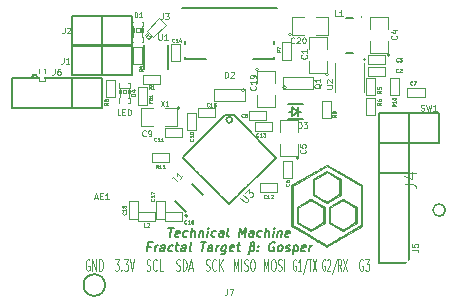
<source format=gbr>
%FSLAX46Y46*%
G04 Gerber Fmt 4.6, Leading zero omitted, Abs format (unit mm)*
G04 Created by KiCad (PCBNEW (2014-08-29 BZR 5106)-product) date Mon 17 Nov 2014 11:38:24 AM PST*
%MOMM*%
G01*
G04 APERTURE LIST*
%ADD10C,0.100000*%
%ADD11C,0.152400*%
%ADD12C,0.078740*%
%ADD13C,0.101600*%
%ADD14C,0.099060*%
%ADD15C,0.066040*%
%ADD16C,0.150000*%
%ADD17C,0.080000*%
%ADD18C,0.127000*%
%ADD19C,0.050800*%
%ADD20C,0.050000*%
%ADD21C,0.070000*%
%ADD22C,0.038100*%
%ADD23R,0.800100X1.000760*%
%ADD24R,0.398780X0.599440*%
%ADD25R,1.250000X2.100000*%
%ADD26R,1.397000X0.889000*%
%ADD27R,0.599440X0.398780*%
%ADD28R,0.889000X1.397000*%
%ADD29R,0.797560X0.797560*%
%ADD30R,2.032000X2.032000*%
%ADD31O,2.032000X2.032000*%
%ADD32R,2.032000X1.727200*%
%ADD33O,2.032000X1.727200*%
%ADD34C,1.524000*%
%ADD35R,0.400000X0.300000*%
%ADD36R,1.000000X3.000000*%
%ADD37R,0.280000X0.800000*%
%ADD38R,2.000000X1.200000*%
%ADD39R,1.150000X1.400000*%
%ADD40R,0.400000X1.400000*%
%ADD41R,2.300000X1.900000*%
%ADD42R,1.700000X1.900000*%
%ADD43R,1.500000X1.000000*%
%ADD44C,3.900000*%
%ADD45R,0.558800X0.685800*%
%ADD46R,1.727200X2.032000*%
%ADD47O,1.727200X2.032000*%
%ADD48C,0.889000*%
%ADD49R,0.210000X0.700000*%
%ADD50R,1.500000X0.900000*%
G04 APERTURE END LIST*
D10*
D11*
X115495160Y-120258114D02*
X115930589Y-120258114D01*
X115617625Y-121020114D02*
X115712875Y-120258114D01*
X116384159Y-120983829D02*
X116307053Y-121020114D01*
X116161910Y-121020114D01*
X116093874Y-120983829D01*
X116066660Y-120911257D01*
X116102946Y-120620971D01*
X116148303Y-120548400D01*
X116225410Y-120512114D01*
X116370553Y-120512114D01*
X116438588Y-120548400D01*
X116465803Y-120620971D01*
X116456731Y-120693543D01*
X116084803Y-120766114D01*
X117073588Y-120983829D02*
X116996482Y-121020114D01*
X116851339Y-121020114D01*
X116783302Y-120983829D01*
X116751553Y-120947543D01*
X116724339Y-120874971D01*
X116751553Y-120657257D01*
X116796910Y-120584686D01*
X116837731Y-120548400D01*
X116914839Y-120512114D01*
X117059982Y-120512114D01*
X117128017Y-120548400D01*
X117395625Y-121020114D02*
X117490875Y-120258114D01*
X117722196Y-121020114D02*
X117772089Y-120620971D01*
X117744874Y-120548400D01*
X117676839Y-120512114D01*
X117567982Y-120512114D01*
X117490874Y-120548400D01*
X117450053Y-120584686D01*
X118148554Y-120512114D02*
X118085054Y-121020114D01*
X118139482Y-120584686D02*
X118180303Y-120548400D01*
X118257411Y-120512114D01*
X118366268Y-120512114D01*
X118434303Y-120548400D01*
X118461518Y-120620971D01*
X118411625Y-121020114D01*
X118774483Y-121020114D02*
X118837983Y-120512114D01*
X118869733Y-120258114D02*
X118828911Y-120294400D01*
X118860661Y-120330686D01*
X118901482Y-120294400D01*
X118869733Y-120258114D01*
X118860661Y-120330686D01*
X119468446Y-120983829D02*
X119391340Y-121020114D01*
X119246197Y-121020114D01*
X119178160Y-120983829D01*
X119146411Y-120947543D01*
X119119197Y-120874971D01*
X119146411Y-120657257D01*
X119191768Y-120584686D01*
X119232589Y-120548400D01*
X119309697Y-120512114D01*
X119454840Y-120512114D01*
X119522875Y-120548400D01*
X120117054Y-121020114D02*
X120166947Y-120620971D01*
X120139732Y-120548400D01*
X120071697Y-120512114D01*
X119926554Y-120512114D01*
X119849447Y-120548400D01*
X120121589Y-120983829D02*
X120044483Y-121020114D01*
X119863054Y-121020114D01*
X119795018Y-120983829D01*
X119767804Y-120911257D01*
X119776875Y-120838686D01*
X119822233Y-120766114D01*
X119899339Y-120729829D01*
X120080768Y-120729829D01*
X120157875Y-120693543D01*
X120588769Y-121020114D02*
X120520732Y-120983829D01*
X120493519Y-120911257D01*
X120575162Y-120258114D01*
X121459626Y-121020114D02*
X121554876Y-120258114D01*
X121740840Y-120802400D01*
X122062876Y-120258114D01*
X121967626Y-121020114D01*
X122657054Y-121020114D02*
X122706947Y-120620971D01*
X122679732Y-120548400D01*
X122611697Y-120512114D01*
X122466554Y-120512114D01*
X122389447Y-120548400D01*
X122661589Y-120983829D02*
X122584483Y-121020114D01*
X122403054Y-121020114D01*
X122335018Y-120983829D01*
X122307804Y-120911257D01*
X122316875Y-120838686D01*
X122362233Y-120766114D01*
X122439339Y-120729829D01*
X122620768Y-120729829D01*
X122697875Y-120693543D01*
X123351018Y-120983829D02*
X123273912Y-121020114D01*
X123128769Y-121020114D01*
X123060732Y-120983829D01*
X123028983Y-120947543D01*
X123001769Y-120874971D01*
X123028983Y-120657257D01*
X123074340Y-120584686D01*
X123115161Y-120548400D01*
X123192269Y-120512114D01*
X123337412Y-120512114D01*
X123405447Y-120548400D01*
X123673055Y-121020114D02*
X123768305Y-120258114D01*
X123999626Y-121020114D02*
X124049519Y-120620971D01*
X124022304Y-120548400D01*
X123954269Y-120512114D01*
X123845412Y-120512114D01*
X123768304Y-120548400D01*
X123727483Y-120584686D01*
X124362484Y-121020114D02*
X124425984Y-120512114D01*
X124457734Y-120258114D02*
X124416912Y-120294400D01*
X124448662Y-120330686D01*
X124489483Y-120294400D01*
X124457734Y-120258114D01*
X124448662Y-120330686D01*
X124788841Y-120512114D02*
X124725341Y-121020114D01*
X124779769Y-120584686D02*
X124820590Y-120548400D01*
X124897698Y-120512114D01*
X125006555Y-120512114D01*
X125074590Y-120548400D01*
X125101805Y-120620971D01*
X125051912Y-121020114D01*
X125709590Y-120983829D02*
X125632484Y-121020114D01*
X125487341Y-121020114D01*
X125419305Y-120983829D01*
X125392091Y-120911257D01*
X125428377Y-120620971D01*
X125473734Y-120548400D01*
X125550841Y-120512114D01*
X125695984Y-120512114D01*
X125764019Y-120548400D01*
X125791234Y-120620971D01*
X125782162Y-120693543D01*
X125410234Y-120766114D01*
X113998375Y-121840171D02*
X113744375Y-121840171D01*
X113694482Y-122239314D02*
X113789732Y-121477314D01*
X114152589Y-121477314D01*
X114347625Y-122239314D02*
X114411125Y-121731314D01*
X114392982Y-121876457D02*
X114438338Y-121803886D01*
X114479160Y-121767600D01*
X114556267Y-121731314D01*
X114628839Y-121731314D01*
X115145910Y-122239314D02*
X115195803Y-121840171D01*
X115168588Y-121767600D01*
X115100553Y-121731314D01*
X114955410Y-121731314D01*
X114878303Y-121767600D01*
X115150445Y-122203029D02*
X115073339Y-122239314D01*
X114891910Y-122239314D01*
X114823874Y-122203029D01*
X114796660Y-122130457D01*
X114805731Y-122057886D01*
X114851089Y-121985314D01*
X114928195Y-121949029D01*
X115109624Y-121949029D01*
X115186731Y-121912743D01*
X115839874Y-122203029D02*
X115762768Y-122239314D01*
X115617625Y-122239314D01*
X115549588Y-122203029D01*
X115517839Y-122166743D01*
X115490625Y-122094171D01*
X115517839Y-121876457D01*
X115563196Y-121803886D01*
X115604017Y-121767600D01*
X115681125Y-121731314D01*
X115826268Y-121731314D01*
X115894303Y-121767600D01*
X116116553Y-121731314D02*
X116406839Y-121731314D01*
X116257161Y-121477314D02*
X116175518Y-122130457D01*
X116202731Y-122203029D01*
X116270768Y-122239314D01*
X116343339Y-122239314D01*
X116923911Y-122239314D02*
X116973804Y-121840171D01*
X116946589Y-121767600D01*
X116878554Y-121731314D01*
X116733411Y-121731314D01*
X116656304Y-121767600D01*
X116928446Y-122203029D02*
X116851340Y-122239314D01*
X116669911Y-122239314D01*
X116601875Y-122203029D01*
X116574661Y-122130457D01*
X116583732Y-122057886D01*
X116629090Y-121985314D01*
X116706196Y-121949029D01*
X116887625Y-121949029D01*
X116964732Y-121912743D01*
X117395626Y-122239314D02*
X117327589Y-122203029D01*
X117300376Y-122130457D01*
X117382019Y-121477314D01*
X118252875Y-121477314D02*
X118688304Y-121477314D01*
X118375340Y-122239314D02*
X118470590Y-121477314D01*
X119173625Y-122239314D02*
X119223518Y-121840171D01*
X119196303Y-121767600D01*
X119128268Y-121731314D01*
X118983125Y-121731314D01*
X118906018Y-121767600D01*
X119178160Y-122203029D02*
X119101054Y-122239314D01*
X118919625Y-122239314D01*
X118851589Y-122203029D01*
X118824375Y-122130457D01*
X118833446Y-122057886D01*
X118878804Y-121985314D01*
X118955910Y-121949029D01*
X119137339Y-121949029D01*
X119214446Y-121912743D01*
X119536483Y-122239314D02*
X119599983Y-121731314D01*
X119581840Y-121876457D02*
X119627196Y-121803886D01*
X119668018Y-121767600D01*
X119745125Y-121731314D01*
X119817697Y-121731314D01*
X120398268Y-121731314D02*
X120321161Y-122348171D01*
X120275803Y-122420743D01*
X120234982Y-122457029D01*
X120157875Y-122493314D01*
X120049018Y-122493314D01*
X119980982Y-122457029D01*
X120339303Y-122203029D02*
X120262197Y-122239314D01*
X120117054Y-122239314D01*
X120049017Y-122203029D01*
X120017268Y-122166743D01*
X119990054Y-122094171D01*
X120017268Y-121876457D01*
X120062625Y-121803886D01*
X120103446Y-121767600D01*
X120180554Y-121731314D01*
X120325697Y-121731314D01*
X120393732Y-121767600D01*
X120992446Y-122203029D02*
X120915340Y-122239314D01*
X120770197Y-122239314D01*
X120702161Y-122203029D01*
X120674947Y-122130457D01*
X120711233Y-121840171D01*
X120756590Y-121767600D01*
X120833697Y-121731314D01*
X120978840Y-121731314D01*
X121046875Y-121767600D01*
X121074090Y-121840171D01*
X121065018Y-121912743D01*
X120693090Y-121985314D01*
X121305411Y-121731314D02*
X121595697Y-121731314D01*
X121446019Y-121477314D02*
X121364376Y-122130457D01*
X121391589Y-122203029D01*
X121459626Y-122239314D01*
X121532197Y-122239314D01*
X122638911Y-121803886D02*
X122706947Y-121840171D01*
X122738697Y-121876457D01*
X122765911Y-121949029D01*
X122747769Y-122094171D01*
X122702411Y-122166743D01*
X122661589Y-122203029D01*
X122584483Y-122239314D01*
X122475626Y-122239314D01*
X122407589Y-122203029D01*
X122375840Y-122166743D01*
X122262447Y-122493314D02*
X122303268Y-122457029D01*
X122348626Y-122384457D01*
X122448412Y-121586171D01*
X122493768Y-121513600D01*
X122570876Y-121477314D01*
X122679733Y-121477314D01*
X122747768Y-121513600D01*
X122774983Y-121586171D01*
X122761375Y-121695029D01*
X122716018Y-121767600D01*
X122638911Y-121803886D01*
X122566339Y-121803886D01*
X123065269Y-122166743D02*
X123097018Y-122203029D01*
X123056198Y-122239314D01*
X123024447Y-122203029D01*
X123065269Y-122166743D01*
X123056198Y-122239314D01*
X123115162Y-121767600D02*
X123146911Y-121803886D01*
X123106091Y-121840171D01*
X123074340Y-121803886D01*
X123115162Y-121767600D01*
X123106091Y-121840171D01*
X124489482Y-121513600D02*
X124421447Y-121477314D01*
X124312590Y-121477314D01*
X124199197Y-121513600D01*
X124117554Y-121586171D01*
X124072197Y-121658743D01*
X124017768Y-121803886D01*
X124004161Y-121912743D01*
X124022304Y-122057886D01*
X124049518Y-122130457D01*
X124113018Y-122203029D01*
X124217340Y-122239314D01*
X124289911Y-122239314D01*
X124403303Y-122203029D01*
X124444125Y-122166743D01*
X124475875Y-121912743D01*
X124330732Y-121912743D01*
X124870483Y-122239314D02*
X124802446Y-122203029D01*
X124770697Y-122166743D01*
X124743483Y-122094171D01*
X124770697Y-121876457D01*
X124816054Y-121803886D01*
X124856875Y-121767600D01*
X124933983Y-121731314D01*
X125042840Y-121731314D01*
X125110875Y-121767600D01*
X125142625Y-121803886D01*
X125169840Y-121876457D01*
X125142626Y-122094171D01*
X125097268Y-122166743D01*
X125056446Y-122203029D01*
X124979340Y-122239314D01*
X124870483Y-122239314D01*
X125419304Y-122203029D02*
X125487340Y-122239314D01*
X125632483Y-122239314D01*
X125709590Y-122203029D01*
X125754947Y-122130457D01*
X125759483Y-122094171D01*
X125732269Y-122021600D01*
X125664233Y-121985314D01*
X125555376Y-121985314D01*
X125487340Y-121949029D01*
X125460126Y-121876457D01*
X125464662Y-121840171D01*
X125510019Y-121767600D01*
X125587126Y-121731314D01*
X125695983Y-121731314D01*
X125764019Y-121767600D01*
X126131412Y-121731314D02*
X126036162Y-122493314D01*
X126126876Y-121767600D02*
X126203983Y-121731314D01*
X126349126Y-121731314D01*
X126417161Y-121767600D01*
X126448911Y-121803886D01*
X126476126Y-121876457D01*
X126448912Y-122094171D01*
X126403554Y-122166743D01*
X126362732Y-122203029D01*
X126285626Y-122239314D01*
X126140483Y-122239314D01*
X126072447Y-122203029D01*
X127052161Y-122203029D02*
X126975055Y-122239314D01*
X126829912Y-122239314D01*
X126761876Y-122203029D01*
X126734662Y-122130457D01*
X126770948Y-121840171D01*
X126816305Y-121767600D01*
X126893412Y-121731314D01*
X127038555Y-121731314D01*
X127106590Y-121767600D01*
X127133805Y-121840171D01*
X127124733Y-121912743D01*
X126752805Y-121985314D01*
X127410484Y-122239314D02*
X127473984Y-121731314D01*
X127455841Y-121876457D02*
X127501197Y-121803886D01*
X127542019Y-121767600D01*
X127619126Y-121731314D01*
X127691698Y-121731314D01*
D12*
X121985090Y-108615480D02*
G75*
G03X121985090Y-108615480I-159070J0D01*
G74*
G01*
X119380000Y-109474000D02*
X119380000Y-108458000D01*
X121983500Y-109474000D02*
X121983500Y-108458000D01*
X119380000Y-108458000D02*
X121983500Y-108458000D01*
X121983500Y-109474000D02*
X119380000Y-109474000D01*
D13*
X124688600Y-117221000D02*
X124688600Y-116459000D01*
X124688600Y-116459000D02*
X123215400Y-116459000D01*
X123215400Y-116459000D02*
X123215400Y-117195600D01*
X123215400Y-117195600D02*
X123215400Y-117221000D01*
X123215400Y-117221000D02*
X124688600Y-117221000D01*
X119481600Y-110871000D02*
X119481600Y-110109000D01*
X119481600Y-110109000D02*
X118008400Y-110109000D01*
X118008400Y-110109000D02*
X118008400Y-110845600D01*
X118008400Y-110845600D02*
X118008400Y-110871000D01*
X118008400Y-110871000D02*
X119481600Y-110871000D01*
D14*
X129032000Y-107251500D02*
G75*
G03X129032000Y-107251500I-127000J0D01*
G74*
G01*
X128905000Y-106108500D02*
X128905000Y-107124500D01*
X128905000Y-107124500D02*
X127381000Y-107124500D01*
X127381000Y-107124500D02*
X127381000Y-106108500D01*
X127381000Y-105092500D02*
X127381000Y-104076500D01*
X127381000Y-104076500D02*
X128905000Y-104076500D01*
X128905000Y-104076500D02*
X128905000Y-105092500D01*
D13*
X133832600Y-107378500D02*
X133832600Y-106616500D01*
X133832600Y-106616500D02*
X132359400Y-106616500D01*
X132359400Y-106616500D02*
X132359400Y-107353100D01*
X132359400Y-107353100D02*
X132359400Y-107378500D01*
X132359400Y-107378500D02*
X133832600Y-107378500D01*
X133832600Y-106362500D02*
X133832600Y-105600500D01*
X133832600Y-105600500D02*
X132359400Y-105600500D01*
X132359400Y-105600500D02*
X132359400Y-106337100D01*
X132359400Y-106337100D02*
X132359400Y-106362500D01*
X132359400Y-106362500D02*
X133832600Y-106362500D01*
D14*
X134239000Y-105600500D02*
G75*
G03X134239000Y-105600500I-127000J0D01*
G74*
G01*
X134112000Y-104457500D02*
X134112000Y-105473500D01*
X134112000Y-105473500D02*
X132588000Y-105473500D01*
X132588000Y-105473500D02*
X132588000Y-104457500D01*
X132588000Y-103441500D02*
X132588000Y-102425500D01*
X132588000Y-102425500D02*
X134112000Y-102425500D01*
X134112000Y-102425500D02*
X134112000Y-103441500D01*
X126568200Y-114325400D02*
G75*
G03X126568200Y-114325400I-127000J0D01*
G74*
G01*
X126441200Y-113182400D02*
X126441200Y-114198400D01*
X126441200Y-114198400D02*
X124917200Y-114198400D01*
X124917200Y-114198400D02*
X124917200Y-113182400D01*
X124917200Y-112166400D02*
X124917200Y-111150400D01*
X124917200Y-111150400D02*
X126441200Y-111150400D01*
X126441200Y-111150400D02*
X126441200Y-112166400D01*
D13*
X125196600Y-116052600D02*
X125958600Y-116052600D01*
X125958600Y-116052600D02*
X125958600Y-114579400D01*
X125958600Y-114579400D02*
X125222000Y-114579400D01*
X125222000Y-114579400D02*
X125196600Y-114579400D01*
X125196600Y-114579400D02*
X125196600Y-116052600D01*
X137198100Y-109156500D02*
X137198100Y-108394500D01*
X137198100Y-108394500D02*
X135724900Y-108394500D01*
X135724900Y-108394500D02*
X135724900Y-109131100D01*
X135724900Y-109131100D02*
X135724900Y-109156500D01*
X135724900Y-109156500D02*
X137198100Y-109156500D01*
X123799600Y-111125000D02*
X123799600Y-110363000D01*
X123799600Y-110363000D02*
X122326400Y-110363000D01*
X122326400Y-110363000D02*
X122326400Y-111099600D01*
X122326400Y-111099600D02*
X122326400Y-111125000D01*
X122326400Y-111125000D02*
X123799600Y-111125000D01*
D14*
X116459000Y-110109000D02*
G75*
G03X116459000Y-110109000I-127000J0D01*
G74*
G01*
X115189000Y-110109000D02*
X116205000Y-110109000D01*
X116205000Y-110109000D02*
X116205000Y-111633000D01*
X116205000Y-111633000D02*
X115189000Y-111633000D01*
X114173000Y-111633000D02*
X113157000Y-111633000D01*
X113157000Y-111633000D02*
X113157000Y-110109000D01*
X113157000Y-110109000D02*
X114173000Y-110109000D01*
D13*
X117856000Y-110515400D02*
X117094000Y-110515400D01*
X117094000Y-110515400D02*
X117094000Y-111988600D01*
X117094000Y-111988600D02*
X117830600Y-111988600D01*
X117830600Y-111988600D02*
X117856000Y-111988600D01*
X117856000Y-111988600D02*
X117856000Y-110515400D01*
X115214400Y-111760000D02*
X115214400Y-112522000D01*
X115214400Y-112522000D02*
X116687600Y-112522000D01*
X116687600Y-112522000D02*
X116687600Y-111785400D01*
X116687600Y-111785400D02*
X116687600Y-111760000D01*
X116687600Y-111760000D02*
X115214400Y-111760000D01*
X124307600Y-112014000D02*
X124307600Y-111252000D01*
X124307600Y-111252000D02*
X122834400Y-111252000D01*
X122834400Y-111252000D02*
X122834400Y-111988600D01*
X122834400Y-111988600D02*
X122834400Y-112014000D01*
X122834400Y-112014000D02*
X124307600Y-112014000D01*
X115697000Y-106146600D02*
X116459000Y-106146600D01*
X116459000Y-106146600D02*
X116459000Y-104673400D01*
X116459000Y-104673400D02*
X115722400Y-104673400D01*
X115722400Y-104673400D02*
X115697000Y-104673400D01*
X115697000Y-104673400D02*
X115697000Y-106146600D01*
X115214400Y-118872000D02*
X115214400Y-119634000D01*
X115214400Y-119634000D02*
X116687600Y-119634000D01*
X116687600Y-119634000D02*
X116687600Y-118897400D01*
X116687600Y-118897400D02*
X116687600Y-118872000D01*
X116687600Y-118872000D02*
X115214400Y-118872000D01*
X115189000Y-118008400D02*
X114427000Y-118008400D01*
X114427000Y-118008400D02*
X114427000Y-119481600D01*
X114427000Y-119481600D02*
X115163600Y-119481600D01*
X115163600Y-119481600D02*
X115189000Y-119481600D01*
X115189000Y-119481600D02*
X115189000Y-118008400D01*
X112903000Y-118008400D02*
X112141000Y-118008400D01*
X112141000Y-118008400D02*
X112141000Y-119481600D01*
X112141000Y-119481600D02*
X112877600Y-119481600D01*
X112877600Y-119481600D02*
X112903000Y-119481600D01*
X112903000Y-119481600D02*
X112903000Y-118008400D01*
D15*
X112453420Y-103182420D02*
X113352580Y-103182420D01*
X113352580Y-103182420D02*
X113352580Y-102783640D01*
X112453420Y-102783640D02*
X113352580Y-102783640D01*
X112453420Y-103182420D02*
X112453420Y-102783640D01*
X112453420Y-104480360D02*
X113352580Y-104480360D01*
X113352580Y-104480360D02*
X113352580Y-104081580D01*
X112453420Y-104081580D02*
X113352580Y-104081580D01*
X112453420Y-104480360D02*
X112453420Y-104081580D01*
X112453420Y-103632000D02*
X112603280Y-103632000D01*
X112603280Y-103632000D02*
X112603280Y-103332280D01*
X112453420Y-103332280D02*
X112603280Y-103332280D01*
X112453420Y-103632000D02*
X112453420Y-103332280D01*
X113202720Y-103632000D02*
X113352580Y-103632000D01*
X113352580Y-103632000D02*
X113352580Y-103332280D01*
X113202720Y-103332280D02*
X113352580Y-103332280D01*
X113202720Y-103632000D02*
X113202720Y-103332280D01*
X112753140Y-103632000D02*
X113052860Y-103632000D01*
X113052860Y-103632000D02*
X113052860Y-103332280D01*
X112753140Y-103332280D02*
X113052860Y-103332280D01*
X112753140Y-103632000D02*
X112753140Y-103332280D01*
D13*
X112504220Y-103182420D02*
X112504220Y-104081580D01*
X113301780Y-103182420D02*
X113301780Y-104081580D01*
X112903000Y-109829600D02*
X113665000Y-109829600D01*
X113665000Y-109829600D02*
X113665000Y-108356400D01*
X113665000Y-108356400D02*
X112928400Y-108356400D01*
X112928400Y-108356400D02*
X112903000Y-108356400D01*
X112903000Y-108356400D02*
X112903000Y-109829600D01*
D16*
X109855000Y-107315000D02*
X109855000Y-104775000D01*
X112395000Y-107315000D02*
X112395000Y-104775000D01*
X112395000Y-104775000D02*
X109855000Y-104775000D01*
X109855000Y-104775000D02*
X107315000Y-104775000D01*
X107315000Y-104775000D02*
X107315000Y-107315000D01*
X107315000Y-107315000D02*
X112395000Y-107315000D01*
X109855000Y-104838500D02*
X109855000Y-102298500D01*
X112395000Y-104838500D02*
X112395000Y-102298500D01*
X112395000Y-102298500D02*
X109855000Y-102298500D01*
X109855000Y-102298500D02*
X107315000Y-102298500D01*
X107315000Y-102298500D02*
X107315000Y-104838500D01*
X107315000Y-104838500D02*
X112395000Y-104838500D01*
X133350000Y-115570000D02*
X133350000Y-123190000D01*
X135890000Y-115570000D02*
X135890000Y-123190000D01*
X135890000Y-113030000D02*
X135890000Y-115570000D01*
X133350000Y-123190000D02*
X135890000Y-123190000D01*
X135890000Y-115570000D02*
X133350000Y-115570000D01*
X135890000Y-113030000D02*
X133350000Y-113030000D01*
X133350000Y-113030000D02*
X133350000Y-115570000D01*
X110135810Y-125095000D02*
G75*
G03X110135810Y-125095000I-915810J0D01*
G74*
G01*
D17*
X104525000Y-107115000D02*
X104525000Y-106865000D01*
X104525000Y-106865000D02*
X104525000Y-106815000D01*
X104525000Y-106815000D02*
X105025000Y-106815000D01*
X105025000Y-106815000D02*
X105025000Y-107115000D01*
X104525000Y-107515000D02*
X104525000Y-107815000D01*
X104525000Y-107815000D02*
X105025000Y-107815000D01*
X105025000Y-107815000D02*
X105025000Y-107515000D01*
D16*
X131851400Y-102374700D02*
G75*
G03X131851400Y-102374700I-25400J0D01*
G74*
G01*
X131110000Y-105449500D02*
X130510000Y-105449500D01*
X131110000Y-102449500D02*
X130510000Y-102449500D01*
D13*
X114401600Y-119634000D02*
X114401600Y-118872000D01*
X114401600Y-118872000D02*
X112928400Y-118872000D01*
X112928400Y-118872000D02*
X112928400Y-119608600D01*
X112928400Y-119608600D02*
X112928400Y-119634000D01*
X112928400Y-119634000D02*
X114401600Y-119634000D01*
X114782600Y-108077000D02*
X114782600Y-107315000D01*
X114782600Y-107315000D02*
X113309400Y-107315000D01*
X113309400Y-107315000D02*
X113309400Y-108051600D01*
X113309400Y-108051600D02*
X113309400Y-108077000D01*
X113309400Y-108077000D02*
X114782600Y-108077000D01*
X113284000Y-104927400D02*
X112522000Y-104927400D01*
X112522000Y-104927400D02*
X112522000Y-106400600D01*
X112522000Y-106400600D02*
X113258600Y-106400600D01*
X113258600Y-106400600D02*
X113284000Y-106400600D01*
X113284000Y-106400600D02*
X113284000Y-104927400D01*
X132207000Y-109004100D02*
X132969000Y-109004100D01*
X132969000Y-109004100D02*
X132969000Y-107530900D01*
X132969000Y-107530900D02*
X132232400Y-107530900D01*
X132232400Y-107530900D02*
X132207000Y-107530900D01*
X132207000Y-107530900D02*
X132207000Y-109004100D01*
X132207000Y-110718600D02*
X132969000Y-110718600D01*
X132969000Y-110718600D02*
X132969000Y-109245400D01*
X132969000Y-109245400D02*
X132232400Y-109245400D01*
X132232400Y-109245400D02*
X132207000Y-109245400D01*
X132207000Y-109245400D02*
X132207000Y-110718600D01*
X125095000Y-106019600D02*
X125857000Y-106019600D01*
X125857000Y-106019600D02*
X125857000Y-104546400D01*
X125857000Y-104546400D02*
X125120400Y-104546400D01*
X125120400Y-104546400D02*
X125095000Y-104546400D01*
X125095000Y-104546400D02*
X125095000Y-106019600D01*
X134239000Y-109004100D02*
X135001000Y-109004100D01*
X135001000Y-109004100D02*
X135001000Y-107530900D01*
X135001000Y-107530900D02*
X134264400Y-107530900D01*
X134264400Y-107530900D02*
X134239000Y-107530900D01*
X134239000Y-107530900D02*
X134239000Y-109004100D01*
D16*
X135890000Y-113030000D02*
X135890000Y-110490000D01*
X138430000Y-113030000D02*
X138430000Y-110490000D01*
X138430000Y-110490000D02*
X135890000Y-110490000D01*
X135890000Y-110490000D02*
X133350000Y-110490000D01*
X133350000Y-110490000D02*
X133350000Y-113030000D01*
X133350000Y-113030000D02*
X138430000Y-113030000D01*
X117108868Y-119213924D02*
G75*
G03X117108868Y-119213924I-100000J0D01*
G74*
G01*
X118387726Y-117481513D02*
X117468487Y-116562274D01*
X116973513Y-118895726D02*
X116054274Y-117976487D01*
D13*
X132210000Y-106005500D02*
G75*
G03X132210000Y-106005500I-100000J0D01*
G74*
G01*
X129560000Y-108755500D02*
X129560000Y-106255500D01*
X132060000Y-108755500D02*
X132060000Y-106255500D01*
D18*
X120650000Y-118251313D02*
X116698687Y-114300000D01*
X116698687Y-114300000D02*
X116788490Y-114210197D01*
X121009210Y-110707898D02*
X124601313Y-114300000D01*
X124601313Y-114300000D02*
X120650000Y-118251313D01*
X116788490Y-114210197D02*
X120290790Y-110707898D01*
X120290790Y-110707898D02*
X121009210Y-110707898D01*
D11*
X120901460Y-111113805D02*
G75*
G03X120901460Y-111113805I-251460J0D01*
G74*
G01*
D16*
X124400000Y-105918000D02*
X124400000Y-104418000D01*
X116900000Y-105918000D02*
X116900000Y-104418000D01*
X122650000Y-105918000D02*
X124400000Y-105918000D01*
X118650000Y-105918000D02*
X116900000Y-105918000D01*
X116650000Y-101618000D02*
X124650000Y-101618000D01*
D14*
X123126500Y-106807000D02*
G75*
G03X123126500Y-106807000I-127000J0D01*
G74*
G01*
X122999500Y-107950000D02*
X122999500Y-106934000D01*
X122999500Y-106934000D02*
X124523500Y-106934000D01*
X124523500Y-106934000D02*
X124523500Y-107950000D01*
X124523500Y-108966000D02*
X124523500Y-109982000D01*
X124523500Y-109982000D02*
X122999500Y-109982000D01*
X122999500Y-109982000D02*
X122999500Y-108966000D01*
D10*
G36*
X131913086Y-120114085D02*
X131789714Y-120185311D01*
X131789714Y-120043680D01*
X131789714Y-118375000D01*
X131789714Y-116706320D01*
X130347238Y-115873500D01*
X128904761Y-115040679D01*
X127462523Y-115873456D01*
X126020286Y-116706232D01*
X126020286Y-118374989D01*
X126020286Y-120043746D01*
X127460829Y-120876235D01*
X127594522Y-120953467D01*
X127724925Y-121028742D01*
X127851479Y-121101738D01*
X127973625Y-121172137D01*
X128090804Y-121239617D01*
X128202458Y-121303858D01*
X128308026Y-121364539D01*
X128406951Y-121421340D01*
X128498674Y-121473941D01*
X128582634Y-121522021D01*
X128658275Y-121565260D01*
X128725035Y-121603337D01*
X128782358Y-121635933D01*
X128829683Y-121662725D01*
X128866452Y-121683395D01*
X128892105Y-121697622D01*
X128906085Y-121705085D01*
X128908629Y-121706187D01*
X128915500Y-121702372D01*
X128934379Y-121691617D01*
X128964705Y-121674246D01*
X129005917Y-121650581D01*
X129057457Y-121620946D01*
X129118762Y-121585663D01*
X129189275Y-121545054D01*
X129268434Y-121499444D01*
X129355680Y-121449155D01*
X129450452Y-121394508D01*
X129552191Y-121335829D01*
X129660336Y-121273438D01*
X129774327Y-121207660D01*
X129893605Y-121138817D01*
X130017610Y-121067231D01*
X130145780Y-120993226D01*
X130277557Y-120917125D01*
X130352800Y-120873666D01*
X131789714Y-120043680D01*
X131789714Y-120185311D01*
X130411912Y-120980757D01*
X130275368Y-121059566D01*
X130142098Y-121136441D01*
X130012650Y-121211068D01*
X129887573Y-121283133D01*
X129767415Y-121352321D01*
X129652724Y-121418317D01*
X129544049Y-121480808D01*
X129441936Y-121539477D01*
X129346936Y-121594011D01*
X129259595Y-121644096D01*
X129180462Y-121689417D01*
X129110085Y-121729658D01*
X129049013Y-121764506D01*
X128997793Y-121793647D01*
X128956974Y-121816765D01*
X128927104Y-121833546D01*
X128908731Y-121843676D01*
X128902426Y-121846852D01*
X128895471Y-121843218D01*
X128876501Y-121832630D01*
X128846065Y-121815406D01*
X128804711Y-121791860D01*
X128752988Y-121762307D01*
X128691444Y-121727063D01*
X128620628Y-121686444D01*
X128541088Y-121640765D01*
X128453373Y-121590342D01*
X128358031Y-121535489D01*
X128255611Y-121476523D01*
X128146662Y-121413758D01*
X128031731Y-121347511D01*
X127911368Y-121278097D01*
X127786121Y-121205830D01*
X127656538Y-121131027D01*
X127523168Y-121054003D01*
X127395514Y-120980249D01*
X125896914Y-120114222D01*
X125896914Y-118375114D01*
X125896914Y-116636007D01*
X127398205Y-115769175D01*
X127534720Y-115690365D01*
X127667936Y-115613484D01*
X127797309Y-115538845D01*
X127922290Y-115466764D01*
X128042332Y-115397555D01*
X128156890Y-115331533D01*
X128265417Y-115269012D01*
X128367364Y-115210307D01*
X128462187Y-115155733D01*
X128549338Y-115105604D01*
X128628270Y-115060235D01*
X128698436Y-115019940D01*
X128759290Y-114985034D01*
X128810285Y-114955832D01*
X128850874Y-114932648D01*
X128880511Y-114915796D01*
X128898648Y-114905593D01*
X128904730Y-114902343D01*
X128911403Y-114905921D01*
X128930098Y-114916446D01*
X128960266Y-114933603D01*
X129001361Y-114957077D01*
X129052837Y-114986555D01*
X129114146Y-115021721D01*
X129184742Y-115062260D01*
X129264079Y-115107859D01*
X129351608Y-115158203D01*
X129446785Y-115212977D01*
X129549061Y-115271867D01*
X129657891Y-115334558D01*
X129772727Y-115400735D01*
X129893023Y-115470084D01*
X130018231Y-115542290D01*
X130147806Y-115617040D01*
X130281200Y-115694017D01*
X130411525Y-115769247D01*
X131913086Y-116636151D01*
X131913086Y-118375118D01*
X131913086Y-120114085D01*
X131913086Y-120114085D01*
X131913086Y-120114085D01*
G37*
X131913086Y-120114085D02*
X131789714Y-120185311D01*
X131789714Y-120043680D01*
X131789714Y-118375000D01*
X131789714Y-116706320D01*
X130347238Y-115873500D01*
X128904761Y-115040679D01*
X127462523Y-115873456D01*
X126020286Y-116706232D01*
X126020286Y-118374989D01*
X126020286Y-120043746D01*
X127460829Y-120876235D01*
X127594522Y-120953467D01*
X127724925Y-121028742D01*
X127851479Y-121101738D01*
X127973625Y-121172137D01*
X128090804Y-121239617D01*
X128202458Y-121303858D01*
X128308026Y-121364539D01*
X128406951Y-121421340D01*
X128498674Y-121473941D01*
X128582634Y-121522021D01*
X128658275Y-121565260D01*
X128725035Y-121603337D01*
X128782358Y-121635933D01*
X128829683Y-121662725D01*
X128866452Y-121683395D01*
X128892105Y-121697622D01*
X128906085Y-121705085D01*
X128908629Y-121706187D01*
X128915500Y-121702372D01*
X128934379Y-121691617D01*
X128964705Y-121674246D01*
X129005917Y-121650581D01*
X129057457Y-121620946D01*
X129118762Y-121585663D01*
X129189275Y-121545054D01*
X129268434Y-121499444D01*
X129355680Y-121449155D01*
X129450452Y-121394508D01*
X129552191Y-121335829D01*
X129660336Y-121273438D01*
X129774327Y-121207660D01*
X129893605Y-121138817D01*
X130017610Y-121067231D01*
X130145780Y-120993226D01*
X130277557Y-120917125D01*
X130352800Y-120873666D01*
X131789714Y-120043680D01*
X131789714Y-120185311D01*
X130411912Y-120980757D01*
X130275368Y-121059566D01*
X130142098Y-121136441D01*
X130012650Y-121211068D01*
X129887573Y-121283133D01*
X129767415Y-121352321D01*
X129652724Y-121418317D01*
X129544049Y-121480808D01*
X129441936Y-121539477D01*
X129346936Y-121594011D01*
X129259595Y-121644096D01*
X129180462Y-121689417D01*
X129110085Y-121729658D01*
X129049013Y-121764506D01*
X128997793Y-121793647D01*
X128956974Y-121816765D01*
X128927104Y-121833546D01*
X128908731Y-121843676D01*
X128902426Y-121846852D01*
X128895471Y-121843218D01*
X128876501Y-121832630D01*
X128846065Y-121815406D01*
X128804711Y-121791860D01*
X128752988Y-121762307D01*
X128691444Y-121727063D01*
X128620628Y-121686444D01*
X128541088Y-121640765D01*
X128453373Y-121590342D01*
X128358031Y-121535489D01*
X128255611Y-121476523D01*
X128146662Y-121413758D01*
X128031731Y-121347511D01*
X127911368Y-121278097D01*
X127786121Y-121205830D01*
X127656538Y-121131027D01*
X127523168Y-121054003D01*
X127395514Y-120980249D01*
X125896914Y-120114222D01*
X125896914Y-118375114D01*
X125896914Y-116636007D01*
X127398205Y-115769175D01*
X127534720Y-115690365D01*
X127667936Y-115613484D01*
X127797309Y-115538845D01*
X127922290Y-115466764D01*
X128042332Y-115397555D01*
X128156890Y-115331533D01*
X128265417Y-115269012D01*
X128367364Y-115210307D01*
X128462187Y-115155733D01*
X128549338Y-115105604D01*
X128628270Y-115060235D01*
X128698436Y-115019940D01*
X128759290Y-114985034D01*
X128810285Y-114955832D01*
X128850874Y-114932648D01*
X128880511Y-114915796D01*
X128898648Y-114905593D01*
X128904730Y-114902343D01*
X128911403Y-114905921D01*
X128930098Y-114916446D01*
X128960266Y-114933603D01*
X129001361Y-114957077D01*
X129052837Y-114986555D01*
X129114146Y-115021721D01*
X129184742Y-115062260D01*
X129264079Y-115107859D01*
X129351608Y-115158203D01*
X129446785Y-115212977D01*
X129549061Y-115271867D01*
X129657891Y-115334558D01*
X129772727Y-115400735D01*
X129893023Y-115470084D01*
X130018231Y-115542290D01*
X130147806Y-115617040D01*
X130281200Y-115694017D01*
X130411525Y-115769247D01*
X131913086Y-116636151D01*
X131913086Y-118375118D01*
X131913086Y-120114085D01*
X131913086Y-120114085D01*
G36*
X128738086Y-118467629D02*
X128737994Y-119157858D01*
X128737902Y-119848086D01*
X128614795Y-119919134D01*
X128614795Y-119777487D01*
X128612940Y-119156706D01*
X128611086Y-118535925D01*
X128092200Y-118236135D01*
X128012212Y-118189929D01*
X127935612Y-118145697D01*
X127863365Y-118103992D01*
X127796433Y-118065372D01*
X127735780Y-118030391D01*
X127682371Y-117999605D01*
X127637169Y-117973570D01*
X127601138Y-117952842D01*
X127575241Y-117937976D01*
X127560443Y-117929527D01*
X127557446Y-117927850D01*
X127553692Y-117926887D01*
X127547891Y-117927495D01*
X127539252Y-117930104D01*
X127526983Y-117935145D01*
X127510292Y-117943052D01*
X127488388Y-117954255D01*
X127460479Y-117969186D01*
X127425773Y-117988276D01*
X127383479Y-118011958D01*
X127332805Y-118040663D01*
X127272960Y-118074822D01*
X127203152Y-118114868D01*
X127122588Y-118161232D01*
X127030478Y-118214346D01*
X127004089Y-118229575D01*
X126466600Y-118539796D01*
X126466647Y-119157655D01*
X126466694Y-119775514D01*
X127001861Y-120085244D01*
X127082846Y-120132019D01*
X127160320Y-120176581D01*
X127233353Y-120218406D01*
X127301016Y-120256970D01*
X127362377Y-120291749D01*
X127416508Y-120322219D01*
X127462478Y-120347856D01*
X127499357Y-120368135D01*
X127526216Y-120382533D01*
X127542124Y-120390525D01*
X127546264Y-120392023D01*
X127553821Y-120388022D01*
X127573005Y-120377291D01*
X127602879Y-120360368D01*
X127642504Y-120337790D01*
X127690945Y-120310093D01*
X127747262Y-120277815D01*
X127810519Y-120241493D01*
X127879779Y-120201663D01*
X127954104Y-120158864D01*
X128032557Y-120113631D01*
X128085148Y-120083279D01*
X128614795Y-119777487D01*
X128614795Y-119919134D01*
X128143754Y-120190986D01*
X128058297Y-120240239D01*
X127976315Y-120287360D01*
X127898691Y-120331850D01*
X127826307Y-120373208D01*
X127760048Y-120410932D01*
X127700798Y-120444523D01*
X127649439Y-120473480D01*
X127606855Y-120497302D01*
X127573930Y-120515489D01*
X127551548Y-120527541D01*
X127540591Y-120532956D01*
X127539688Y-120533215D01*
X127532106Y-120529555D01*
X127512859Y-120519110D01*
X127482834Y-120502386D01*
X127442917Y-120479888D01*
X127393995Y-120452121D01*
X127336954Y-120419592D01*
X127272679Y-120382805D01*
X127202058Y-120342267D01*
X127125976Y-120298484D01*
X127045319Y-120251960D01*
X126960974Y-120203201D01*
X126940092Y-120191113D01*
X126350413Y-119849683D01*
X126352264Y-119156598D01*
X126354114Y-118463513D01*
X126948916Y-118120010D01*
X127049286Y-118062072D01*
X127137857Y-118011012D01*
X127215383Y-117966418D01*
X127282615Y-117927880D01*
X127340307Y-117894983D01*
X127389209Y-117867317D01*
X127430075Y-117844468D01*
X127463656Y-117826026D01*
X127490705Y-117811577D01*
X127511974Y-117800709D01*
X127528215Y-117793011D01*
X127540181Y-117788069D01*
X127548624Y-117785473D01*
X127554295Y-117784810D01*
X127557948Y-117785667D01*
X127558516Y-117785993D01*
X127566842Y-117790935D01*
X127586836Y-117802604D01*
X127617595Y-117820478D01*
X127658214Y-117844033D01*
X127707789Y-117872747D01*
X127765416Y-117906094D01*
X127830190Y-117943553D01*
X127901207Y-117984600D01*
X127977563Y-118028712D01*
X128058353Y-118075365D01*
X128142673Y-118124036D01*
X128155700Y-118131554D01*
X128738086Y-118467629D01*
X128738086Y-118467629D01*
X128738086Y-118467629D01*
G37*
X128738086Y-118467629D02*
X128737994Y-119157858D01*
X128737902Y-119848086D01*
X128614795Y-119919134D01*
X128614795Y-119777487D01*
X128612940Y-119156706D01*
X128611086Y-118535925D01*
X128092200Y-118236135D01*
X128012212Y-118189929D01*
X127935612Y-118145697D01*
X127863365Y-118103992D01*
X127796433Y-118065372D01*
X127735780Y-118030391D01*
X127682371Y-117999605D01*
X127637169Y-117973570D01*
X127601138Y-117952842D01*
X127575241Y-117937976D01*
X127560443Y-117929527D01*
X127557446Y-117927850D01*
X127553692Y-117926887D01*
X127547891Y-117927495D01*
X127539252Y-117930104D01*
X127526983Y-117935145D01*
X127510292Y-117943052D01*
X127488388Y-117954255D01*
X127460479Y-117969186D01*
X127425773Y-117988276D01*
X127383479Y-118011958D01*
X127332805Y-118040663D01*
X127272960Y-118074822D01*
X127203152Y-118114868D01*
X127122588Y-118161232D01*
X127030478Y-118214346D01*
X127004089Y-118229575D01*
X126466600Y-118539796D01*
X126466647Y-119157655D01*
X126466694Y-119775514D01*
X127001861Y-120085244D01*
X127082846Y-120132019D01*
X127160320Y-120176581D01*
X127233353Y-120218406D01*
X127301016Y-120256970D01*
X127362377Y-120291749D01*
X127416508Y-120322219D01*
X127462478Y-120347856D01*
X127499357Y-120368135D01*
X127526216Y-120382533D01*
X127542124Y-120390525D01*
X127546264Y-120392023D01*
X127553821Y-120388022D01*
X127573005Y-120377291D01*
X127602879Y-120360368D01*
X127642504Y-120337790D01*
X127690945Y-120310093D01*
X127747262Y-120277815D01*
X127810519Y-120241493D01*
X127879779Y-120201663D01*
X127954104Y-120158864D01*
X128032557Y-120113631D01*
X128085148Y-120083279D01*
X128614795Y-119777487D01*
X128614795Y-119919134D01*
X128143754Y-120190986D01*
X128058297Y-120240239D01*
X127976315Y-120287360D01*
X127898691Y-120331850D01*
X127826307Y-120373208D01*
X127760048Y-120410932D01*
X127700798Y-120444523D01*
X127649439Y-120473480D01*
X127606855Y-120497302D01*
X127573930Y-120515489D01*
X127551548Y-120527541D01*
X127540591Y-120532956D01*
X127539688Y-120533215D01*
X127532106Y-120529555D01*
X127512859Y-120519110D01*
X127482834Y-120502386D01*
X127442917Y-120479888D01*
X127393995Y-120452121D01*
X127336954Y-120419592D01*
X127272679Y-120382805D01*
X127202058Y-120342267D01*
X127125976Y-120298484D01*
X127045319Y-120251960D01*
X126960974Y-120203201D01*
X126940092Y-120191113D01*
X126350413Y-119849683D01*
X126352264Y-119156598D01*
X126354114Y-118463513D01*
X126948916Y-118120010D01*
X127049286Y-118062072D01*
X127137857Y-118011012D01*
X127215383Y-117966418D01*
X127282615Y-117927880D01*
X127340307Y-117894983D01*
X127389209Y-117867317D01*
X127430075Y-117844468D01*
X127463656Y-117826026D01*
X127490705Y-117811577D01*
X127511974Y-117800709D01*
X127528215Y-117793011D01*
X127540181Y-117788069D01*
X127548624Y-117785473D01*
X127554295Y-117784810D01*
X127557948Y-117785667D01*
X127558516Y-117785993D01*
X127566842Y-117790935D01*
X127586836Y-117802604D01*
X127617595Y-117820478D01*
X127658214Y-117844033D01*
X127707789Y-117872747D01*
X127765416Y-117906094D01*
X127830190Y-117943553D01*
X127901207Y-117984600D01*
X127977563Y-118028712D01*
X128058353Y-118075365D01*
X128142673Y-118124036D01*
X128155700Y-118131554D01*
X128738086Y-118467629D01*
X128738086Y-118467629D01*
G36*
X131459514Y-118467236D02*
X131459450Y-119157661D01*
X131459386Y-119848086D01*
X131336224Y-119919155D01*
X131336224Y-119777537D01*
X131334369Y-119156510D01*
X131332514Y-118535483D01*
X130813629Y-118235249D01*
X130733659Y-118188995D01*
X130657076Y-118144730D01*
X130584842Y-118103011D01*
X130517920Y-118064391D01*
X130457273Y-118029426D01*
X130403864Y-117998670D01*
X130358656Y-117972678D01*
X130322613Y-117952005D01*
X130296697Y-117937205D01*
X130281871Y-117928834D01*
X130278850Y-117927199D01*
X130274902Y-117926457D01*
X130268551Y-117927475D01*
X130259014Y-117930683D01*
X130245508Y-117936508D01*
X130227249Y-117945378D01*
X130203454Y-117957722D01*
X130173339Y-117973967D01*
X130136122Y-117994542D01*
X130091017Y-118019874D01*
X130037243Y-118050393D01*
X129974015Y-118086525D01*
X129900551Y-118128700D01*
X129816066Y-118177345D01*
X129725493Y-118229589D01*
X129188029Y-118539796D01*
X129188088Y-119157655D01*
X129188147Y-119775514D01*
X129723302Y-120085147D01*
X129804281Y-120131910D01*
X129881741Y-120176467D01*
X129954753Y-120218292D01*
X130022387Y-120256862D01*
X130083713Y-120291652D01*
X130137803Y-120322137D01*
X130183726Y-120347794D01*
X130220555Y-120368098D01*
X130247359Y-120382525D01*
X130263209Y-120390550D01*
X130267306Y-120392074D01*
X130274804Y-120388112D01*
X130293930Y-120377421D01*
X130323749Y-120360538D01*
X130363325Y-120337998D01*
X130411721Y-120310338D01*
X130468001Y-120278095D01*
X130531228Y-120241803D01*
X130600467Y-120202000D01*
X130674782Y-120159222D01*
X130753235Y-120114004D01*
X130806190Y-120083453D01*
X131336224Y-119777537D01*
X131336224Y-119919155D01*
X130865149Y-120190986D01*
X130779686Y-120240234D01*
X130697699Y-120287351D01*
X130620070Y-120331834D01*
X130547684Y-120373184D01*
X130481423Y-120410901D01*
X130422171Y-120444483D01*
X130370811Y-120473432D01*
X130328226Y-120497246D01*
X130295301Y-120515425D01*
X130272917Y-120527469D01*
X130261959Y-120532878D01*
X130261056Y-120533135D01*
X130253482Y-120529464D01*
X130234243Y-120519008D01*
X130204226Y-120502273D01*
X130164317Y-120479765D01*
X130115402Y-120451990D01*
X130058367Y-120419453D01*
X129994098Y-120382660D01*
X129923482Y-120342116D01*
X129847403Y-120298328D01*
X129766749Y-120251801D01*
X129682405Y-120203042D01*
X129661521Y-120190952D01*
X129071842Y-119849521D01*
X129073692Y-119156520D01*
X129075543Y-118463518D01*
X129670378Y-118120035D01*
X129770780Y-118062085D01*
X129859383Y-118011014D01*
X129936939Y-117966410D01*
X130004199Y-117927862D01*
X130061916Y-117894957D01*
X130110840Y-117867285D01*
X130151724Y-117844432D01*
X130185319Y-117825987D01*
X130212375Y-117811539D01*
X130233646Y-117800675D01*
X130249882Y-117792983D01*
X130261836Y-117788052D01*
X130270258Y-117785471D01*
X130275900Y-117784826D01*
X130279513Y-117785706D01*
X130279978Y-117785977D01*
X130288300Y-117790908D01*
X130308291Y-117802566D01*
X130339049Y-117820425D01*
X130379667Y-117843965D01*
X130429243Y-117872661D01*
X130486872Y-117905990D01*
X130551648Y-117943429D01*
X130622668Y-117984456D01*
X130699028Y-118028548D01*
X130779823Y-118075180D01*
X130864148Y-118123831D01*
X130877129Y-118131319D01*
X131459514Y-118467236D01*
X131459514Y-118467236D01*
X131459514Y-118467236D01*
G37*
X131459514Y-118467236D02*
X131459450Y-119157661D01*
X131459386Y-119848086D01*
X131336224Y-119919155D01*
X131336224Y-119777537D01*
X131334369Y-119156510D01*
X131332514Y-118535483D01*
X130813629Y-118235249D01*
X130733659Y-118188995D01*
X130657076Y-118144730D01*
X130584842Y-118103011D01*
X130517920Y-118064391D01*
X130457273Y-118029426D01*
X130403864Y-117998670D01*
X130358656Y-117972678D01*
X130322613Y-117952005D01*
X130296697Y-117937205D01*
X130281871Y-117928834D01*
X130278850Y-117927199D01*
X130274902Y-117926457D01*
X130268551Y-117927475D01*
X130259014Y-117930683D01*
X130245508Y-117936508D01*
X130227249Y-117945378D01*
X130203454Y-117957722D01*
X130173339Y-117973967D01*
X130136122Y-117994542D01*
X130091017Y-118019874D01*
X130037243Y-118050393D01*
X129974015Y-118086525D01*
X129900551Y-118128700D01*
X129816066Y-118177345D01*
X129725493Y-118229589D01*
X129188029Y-118539796D01*
X129188088Y-119157655D01*
X129188147Y-119775514D01*
X129723302Y-120085147D01*
X129804281Y-120131910D01*
X129881741Y-120176467D01*
X129954753Y-120218292D01*
X130022387Y-120256862D01*
X130083713Y-120291652D01*
X130137803Y-120322137D01*
X130183726Y-120347794D01*
X130220555Y-120368098D01*
X130247359Y-120382525D01*
X130263209Y-120390550D01*
X130267306Y-120392074D01*
X130274804Y-120388112D01*
X130293930Y-120377421D01*
X130323749Y-120360538D01*
X130363325Y-120337998D01*
X130411721Y-120310338D01*
X130468001Y-120278095D01*
X130531228Y-120241803D01*
X130600467Y-120202000D01*
X130674782Y-120159222D01*
X130753235Y-120114004D01*
X130806190Y-120083453D01*
X131336224Y-119777537D01*
X131336224Y-119919155D01*
X130865149Y-120190986D01*
X130779686Y-120240234D01*
X130697699Y-120287351D01*
X130620070Y-120331834D01*
X130547684Y-120373184D01*
X130481423Y-120410901D01*
X130422171Y-120444483D01*
X130370811Y-120473432D01*
X130328226Y-120497246D01*
X130295301Y-120515425D01*
X130272917Y-120527469D01*
X130261959Y-120532878D01*
X130261056Y-120533135D01*
X130253482Y-120529464D01*
X130234243Y-120519008D01*
X130204226Y-120502273D01*
X130164317Y-120479765D01*
X130115402Y-120451990D01*
X130058367Y-120419453D01*
X129994098Y-120382660D01*
X129923482Y-120342116D01*
X129847403Y-120298328D01*
X129766749Y-120251801D01*
X129682405Y-120203042D01*
X129661521Y-120190952D01*
X129071842Y-119849521D01*
X129073692Y-119156520D01*
X129075543Y-118463518D01*
X129670378Y-118120035D01*
X129770780Y-118062085D01*
X129859383Y-118011014D01*
X129936939Y-117966410D01*
X130004199Y-117927862D01*
X130061916Y-117894957D01*
X130110840Y-117867285D01*
X130151724Y-117844432D01*
X130185319Y-117825987D01*
X130212375Y-117811539D01*
X130233646Y-117800675D01*
X130249882Y-117792983D01*
X130261836Y-117788052D01*
X130270258Y-117785471D01*
X130275900Y-117784826D01*
X130279513Y-117785706D01*
X130279978Y-117785977D01*
X130288300Y-117790908D01*
X130308291Y-117802566D01*
X130339049Y-117820425D01*
X130379667Y-117843965D01*
X130429243Y-117872661D01*
X130486872Y-117905990D01*
X130551648Y-117943429D01*
X130622668Y-117984456D01*
X130699028Y-118028548D01*
X130779823Y-118075180D01*
X130864148Y-118123831D01*
X130877129Y-118131319D01*
X131459514Y-118467236D01*
X131459514Y-118467236D01*
G36*
X130091543Y-117494415D02*
X129979057Y-117559464D01*
X129979057Y-117418027D01*
X129979057Y-116800216D01*
X129979057Y-116182404D01*
X129441386Y-115871877D01*
X128903715Y-115561349D01*
X128764657Y-115641413D01*
X128732721Y-115659815D01*
X128689837Y-115684544D01*
X128637625Y-115714667D01*
X128577703Y-115749249D01*
X128511691Y-115787356D01*
X128441207Y-115828053D01*
X128367871Y-115870404D01*
X128293302Y-115913477D01*
X128230086Y-115949999D01*
X127834571Y-116178520D01*
X127834571Y-116800183D01*
X127834571Y-117421847D01*
X128364343Y-117728887D01*
X128444852Y-117775514D01*
X128521784Y-117820006D01*
X128594209Y-117861828D01*
X128661198Y-117900447D01*
X128721824Y-117935330D01*
X128775157Y-117965943D01*
X128820268Y-117991753D01*
X128856228Y-118012226D01*
X128882109Y-118026830D01*
X128896983Y-118035031D01*
X128900319Y-118036677D01*
X128907400Y-118033243D01*
X128926115Y-118023059D01*
X128955542Y-118006651D01*
X128994757Y-117984547D01*
X129042835Y-117957271D01*
X129098853Y-117925351D01*
X129161887Y-117889311D01*
X129231014Y-117849679D01*
X129305309Y-117806981D01*
X129383848Y-117761742D01*
X129442791Y-117727728D01*
X129979057Y-117418027D01*
X129979057Y-117559464D01*
X129507343Y-117832251D01*
X129422508Y-117881252D01*
X129341065Y-117928181D01*
X129263913Y-117972525D01*
X129191953Y-118013772D01*
X129126085Y-118051411D01*
X129067209Y-118084928D01*
X129016225Y-118113812D01*
X128974033Y-118137550D01*
X128941533Y-118155631D01*
X128919625Y-118167542D01*
X128909210Y-118172771D01*
X128908629Y-118172962D01*
X128899589Y-118169837D01*
X128878290Y-118159421D01*
X128844951Y-118141835D01*
X128799790Y-118117203D01*
X128743026Y-118085647D01*
X128674878Y-118047288D01*
X128595565Y-118002250D01*
X128505305Y-117950655D01*
X128404317Y-117892625D01*
X128300843Y-117832921D01*
X127707571Y-117490005D01*
X127707571Y-116800171D01*
X127707571Y-116110336D01*
X128297214Y-115769490D01*
X128399197Y-115710655D01*
X128493314Y-115656592D01*
X128579068Y-115607580D01*
X128655960Y-115563898D01*
X128723494Y-115525825D01*
X128781170Y-115493641D01*
X128828492Y-115467623D01*
X128864961Y-115448051D01*
X128890080Y-115435204D01*
X128903350Y-115429360D01*
X128905000Y-115429014D01*
X128913924Y-115432654D01*
X128934544Y-115443146D01*
X128966025Y-115460020D01*
X129007532Y-115482806D01*
X129058230Y-115511035D01*
X129117282Y-115544238D01*
X129183853Y-115581944D01*
X129257107Y-115623683D01*
X129336210Y-115668986D01*
X129420326Y-115717384D01*
X129507343Y-115767667D01*
X130091543Y-116105949D01*
X130091543Y-116800182D01*
X130091543Y-117494415D01*
X130091543Y-117494415D01*
X130091543Y-117494415D01*
G37*
X130091543Y-117494415D02*
X129979057Y-117559464D01*
X129979057Y-117418027D01*
X129979057Y-116800216D01*
X129979057Y-116182404D01*
X129441386Y-115871877D01*
X128903715Y-115561349D01*
X128764657Y-115641413D01*
X128732721Y-115659815D01*
X128689837Y-115684544D01*
X128637625Y-115714667D01*
X128577703Y-115749249D01*
X128511691Y-115787356D01*
X128441207Y-115828053D01*
X128367871Y-115870404D01*
X128293302Y-115913477D01*
X128230086Y-115949999D01*
X127834571Y-116178520D01*
X127834571Y-116800183D01*
X127834571Y-117421847D01*
X128364343Y-117728887D01*
X128444852Y-117775514D01*
X128521784Y-117820006D01*
X128594209Y-117861828D01*
X128661198Y-117900447D01*
X128721824Y-117935330D01*
X128775157Y-117965943D01*
X128820268Y-117991753D01*
X128856228Y-118012226D01*
X128882109Y-118026830D01*
X128896983Y-118035031D01*
X128900319Y-118036677D01*
X128907400Y-118033243D01*
X128926115Y-118023059D01*
X128955542Y-118006651D01*
X128994757Y-117984547D01*
X129042835Y-117957271D01*
X129098853Y-117925351D01*
X129161887Y-117889311D01*
X129231014Y-117849679D01*
X129305309Y-117806981D01*
X129383848Y-117761742D01*
X129442791Y-117727728D01*
X129979057Y-117418027D01*
X129979057Y-117559464D01*
X129507343Y-117832251D01*
X129422508Y-117881252D01*
X129341065Y-117928181D01*
X129263913Y-117972525D01*
X129191953Y-118013772D01*
X129126085Y-118051411D01*
X129067209Y-118084928D01*
X129016225Y-118113812D01*
X128974033Y-118137550D01*
X128941533Y-118155631D01*
X128919625Y-118167542D01*
X128909210Y-118172771D01*
X128908629Y-118172962D01*
X128899589Y-118169837D01*
X128878290Y-118159421D01*
X128844951Y-118141835D01*
X128799790Y-118117203D01*
X128743026Y-118085647D01*
X128674878Y-118047288D01*
X128595565Y-118002250D01*
X128505305Y-117950655D01*
X128404317Y-117892625D01*
X128300843Y-117832921D01*
X127707571Y-117490005D01*
X127707571Y-116800171D01*
X127707571Y-116110336D01*
X128297214Y-115769490D01*
X128399197Y-115710655D01*
X128493314Y-115656592D01*
X128579068Y-115607580D01*
X128655960Y-115563898D01*
X128723494Y-115525825D01*
X128781170Y-115493641D01*
X128828492Y-115467623D01*
X128864961Y-115448051D01*
X128890080Y-115435204D01*
X128903350Y-115429360D01*
X128905000Y-115429014D01*
X128913924Y-115432654D01*
X128934544Y-115443146D01*
X128966025Y-115460020D01*
X129007532Y-115482806D01*
X129058230Y-115511035D01*
X129117282Y-115544238D01*
X129183853Y-115581944D01*
X129257107Y-115623683D01*
X129336210Y-115668986D01*
X129420326Y-115717384D01*
X129507343Y-115767667D01*
X130091543Y-116105949D01*
X130091543Y-116800182D01*
X130091543Y-117494415D01*
X130091543Y-117494415D01*
D16*
X126492000Y-110436660D02*
X126746000Y-110436660D01*
X125984000Y-110436660D02*
X125730000Y-110436660D01*
X126492000Y-110436660D02*
X125984000Y-110817660D01*
X125984000Y-110817660D02*
X125984000Y-110055660D01*
X125984000Y-110055660D02*
X126492000Y-110436660D01*
X126492000Y-110055660D02*
X126492000Y-110817660D01*
X125603000Y-111071660D02*
X126873000Y-111071660D01*
X125603000Y-109801660D02*
X126873000Y-109801660D01*
D15*
X111310420Y-108389420D02*
X112209580Y-108389420D01*
X112209580Y-108389420D02*
X112209580Y-107990640D01*
X111310420Y-107990640D02*
X112209580Y-107990640D01*
X111310420Y-108389420D02*
X111310420Y-107990640D01*
X111310420Y-109687360D02*
X112209580Y-109687360D01*
X112209580Y-109687360D02*
X112209580Y-109288580D01*
X111310420Y-109288580D02*
X112209580Y-109288580D01*
X111310420Y-109687360D02*
X111310420Y-109288580D01*
X111310420Y-108839000D02*
X111460280Y-108839000D01*
X111460280Y-108839000D02*
X111460280Y-108539280D01*
X111310420Y-108539280D02*
X111460280Y-108539280D01*
X111310420Y-108839000D02*
X111310420Y-108539280D01*
X112059720Y-108839000D02*
X112209580Y-108839000D01*
X112209580Y-108839000D02*
X112209580Y-108539280D01*
X112059720Y-108539280D02*
X112209580Y-108539280D01*
X112059720Y-108839000D02*
X112059720Y-108539280D01*
X111610140Y-108839000D02*
X111909860Y-108839000D01*
X111909860Y-108839000D02*
X111909860Y-108539280D01*
X111610140Y-108539280D02*
X111909860Y-108539280D01*
X111610140Y-108839000D02*
X111610140Y-108539280D01*
D13*
X111361220Y-108389420D02*
X111361220Y-109288580D01*
X112158780Y-108389420D02*
X112158780Y-109288580D01*
D12*
X125475050Y-108376720D02*
G75*
G03X125475050Y-108376720I-159070J0D01*
G74*
G01*
X127762000Y-107518200D02*
X127762000Y-108534200D01*
X125158500Y-107518200D02*
X125158500Y-108534200D01*
X127762000Y-108534200D02*
X125158500Y-108534200D01*
X125158500Y-107518200D02*
X127762000Y-107518200D01*
D13*
X110998000Y-107721400D02*
X110236000Y-107721400D01*
X110236000Y-107721400D02*
X110236000Y-109194600D01*
X110236000Y-109194600D02*
X110972600Y-109194600D01*
X110972600Y-109194600D02*
X110998000Y-109194600D01*
X110998000Y-109194600D02*
X110998000Y-107721400D01*
X128460500Y-110972600D02*
X129222500Y-110972600D01*
X129222500Y-110972600D02*
X129222500Y-109499400D01*
X129222500Y-109499400D02*
X128485900Y-109499400D01*
X128485900Y-109499400D02*
X128460500Y-109499400D01*
X128460500Y-109499400D02*
X128460500Y-110972600D01*
X114071400Y-113919000D02*
X114071400Y-114681000D01*
X114071400Y-114681000D02*
X115544600Y-114681000D01*
X115544600Y-114681000D02*
X115544600Y-113944400D01*
X115544600Y-113944400D02*
X115544600Y-113919000D01*
X115544600Y-113919000D02*
X114071400Y-113919000D01*
D16*
X107315000Y-107569000D02*
X102235000Y-107569000D01*
X102235000Y-107569000D02*
X102235000Y-110109000D01*
X102235000Y-110109000D02*
X107315000Y-110109000D01*
X109855000Y-110109000D02*
X107315000Y-110109000D01*
X107315000Y-110109000D02*
X107315000Y-107569000D01*
X109855000Y-110109000D02*
X109855000Y-107569000D01*
X109855000Y-107569000D02*
X107315000Y-107569000D01*
X138938000Y-118745000D02*
G75*
G03X138938000Y-118745000I-508000J0D01*
G74*
G01*
D13*
X115252823Y-103047813D02*
X114714007Y-102508997D01*
X114714007Y-102508997D02*
X113672297Y-103550707D01*
X113672297Y-103550707D02*
X114193152Y-104071562D01*
X114193152Y-104071562D02*
X114211113Y-104089523D01*
X114211113Y-104089523D02*
X115252823Y-103047813D01*
D16*
X113677000Y-107341000D02*
G75*
G03X113677000Y-107341000I-50000J0D01*
G74*
G01*
X113427000Y-106791000D02*
X113427000Y-104791000D01*
X115427000Y-104791000D02*
X115427000Y-106791000D01*
D14*
X125920500Y-103886000D02*
G75*
G03X125920500Y-103886000I-127000J0D01*
G74*
G01*
X126936500Y-103886000D02*
X125920500Y-103886000D01*
X125920500Y-103886000D02*
X125920500Y-102362000D01*
X125920500Y-102362000D02*
X126936500Y-102362000D01*
X127952500Y-102362000D02*
X128968500Y-102362000D01*
X128968500Y-102362000D02*
X128968500Y-103886000D01*
X128968500Y-103886000D02*
X127952500Y-103886000D01*
D19*
X120275047Y-107544810D02*
X120275047Y-107036810D01*
X120396000Y-107036810D01*
X120468571Y-107061000D01*
X120516952Y-107109381D01*
X120541143Y-107157762D01*
X120565333Y-107254524D01*
X120565333Y-107327095D01*
X120541143Y-107423857D01*
X120516952Y-107472238D01*
X120468571Y-107520619D01*
X120396000Y-107544810D01*
X120275047Y-107544810D01*
X120758857Y-107085190D02*
X120783047Y-107061000D01*
X120831428Y-107036810D01*
X120952381Y-107036810D01*
X121000762Y-107061000D01*
X121024952Y-107085190D01*
X121049143Y-107133571D01*
X121049143Y-107181952D01*
X121024952Y-107254524D01*
X120734666Y-107544810D01*
X121049143Y-107544810D01*
D20*
X123759143Y-117709143D02*
X123744857Y-117723429D01*
X123702000Y-117737714D01*
X123673429Y-117737714D01*
X123630572Y-117723429D01*
X123602000Y-117694857D01*
X123587715Y-117666286D01*
X123573429Y-117609143D01*
X123573429Y-117566286D01*
X123587715Y-117509143D01*
X123602000Y-117480571D01*
X123630572Y-117452000D01*
X123673429Y-117437714D01*
X123702000Y-117437714D01*
X123744857Y-117452000D01*
X123759143Y-117466286D01*
X124044857Y-117737714D02*
X123873429Y-117737714D01*
X123959143Y-117737714D02*
X123959143Y-117437714D01*
X123930572Y-117480571D01*
X123902000Y-117509143D01*
X123873429Y-117523429D01*
X124159143Y-117466286D02*
X124173429Y-117452000D01*
X124202000Y-117437714D01*
X124273429Y-117437714D01*
X124302000Y-117452000D01*
X124316286Y-117466286D01*
X124330571Y-117494857D01*
X124330571Y-117523429D01*
X124316286Y-117566286D01*
X124144857Y-117737714D01*
X124330571Y-117737714D01*
X118933143Y-109962143D02*
X118918857Y-109976429D01*
X118876000Y-109990714D01*
X118847429Y-109990714D01*
X118804572Y-109976429D01*
X118776000Y-109947857D01*
X118761715Y-109919286D01*
X118747429Y-109862143D01*
X118747429Y-109819286D01*
X118761715Y-109762143D01*
X118776000Y-109733571D01*
X118804572Y-109705000D01*
X118847429Y-109690714D01*
X118876000Y-109690714D01*
X118918857Y-109705000D01*
X118933143Y-109719286D01*
X119218857Y-109990714D02*
X119047429Y-109990714D01*
X119133143Y-109990714D02*
X119133143Y-109690714D01*
X119104572Y-109733571D01*
X119076000Y-109762143D01*
X119047429Y-109776429D01*
X119490286Y-109690714D02*
X119347429Y-109690714D01*
X119333143Y-109833571D01*
X119347429Y-109819286D01*
X119376000Y-109805000D01*
X119447429Y-109805000D01*
X119476000Y-109819286D01*
X119490286Y-109833571D01*
X119504571Y-109862143D01*
X119504571Y-109933571D01*
X119490286Y-109962143D01*
X119476000Y-109976429D01*
X119447429Y-109990714D01*
X119376000Y-109990714D01*
X119347429Y-109976429D01*
X119333143Y-109962143D01*
D21*
X109271667Y-117685333D02*
X109509762Y-117685333D01*
X109224048Y-117828190D02*
X109390715Y-117328190D01*
X109557381Y-117828190D01*
X109724048Y-117566286D02*
X109890714Y-117566286D01*
X109962143Y-117828190D02*
X109724048Y-117828190D01*
X109724048Y-117328190D01*
X109962143Y-117328190D01*
X110438333Y-117828190D02*
X110152619Y-117828190D01*
X110295476Y-117828190D02*
X110295476Y-117328190D01*
X110247857Y-117399619D01*
X110200238Y-117447238D01*
X110152619Y-117471048D01*
D19*
X127178707Y-105620396D02*
X127202535Y-105644224D01*
X127226362Y-105715707D01*
X127226362Y-105763362D01*
X127202535Y-105834845D01*
X127154880Y-105882500D01*
X127107224Y-105906328D01*
X127011914Y-105930156D01*
X126940431Y-105930156D01*
X126845120Y-105906328D01*
X126797465Y-105882500D01*
X126749810Y-105834845D01*
X126725982Y-105763362D01*
X126725982Y-105715707D01*
X126749810Y-105644224D01*
X126773638Y-105620396D01*
X127226362Y-105143844D02*
X127226362Y-105429776D01*
X127226362Y-105286810D02*
X126725982Y-105286810D01*
X126797465Y-105334465D01*
X126845120Y-105382120D01*
X126868948Y-105429776D01*
D20*
X134951000Y-107041143D02*
X134936714Y-107055429D01*
X134893857Y-107069714D01*
X134865286Y-107069714D01*
X134822429Y-107055429D01*
X134793857Y-107026857D01*
X134779572Y-106998286D01*
X134765286Y-106941143D01*
X134765286Y-106898286D01*
X134779572Y-106841143D01*
X134793857Y-106812571D01*
X134822429Y-106784000D01*
X134865286Y-106769714D01*
X134893857Y-106769714D01*
X134936714Y-106784000D01*
X134951000Y-106798286D01*
X135065286Y-106798286D02*
X135079572Y-106784000D01*
X135108143Y-106769714D01*
X135179572Y-106769714D01*
X135208143Y-106784000D01*
X135222429Y-106798286D01*
X135236714Y-106826857D01*
X135236714Y-106855429D01*
X135222429Y-106898286D01*
X135051000Y-107069714D01*
X135236714Y-107069714D01*
X134951000Y-106152143D02*
X134936714Y-106166429D01*
X134893857Y-106180714D01*
X134865286Y-106180714D01*
X134822429Y-106166429D01*
X134793857Y-106137857D01*
X134779572Y-106109286D01*
X134765286Y-106052143D01*
X134765286Y-106009286D01*
X134779572Y-105952143D01*
X134793857Y-105923571D01*
X134822429Y-105895000D01*
X134865286Y-105880714D01*
X134893857Y-105880714D01*
X134936714Y-105895000D01*
X134951000Y-105909286D01*
X135051000Y-105880714D02*
X135236714Y-105880714D01*
X135136714Y-105995000D01*
X135179572Y-105995000D01*
X135208143Y-106009286D01*
X135222429Y-106023571D01*
X135236714Y-106052143D01*
X135236714Y-106123571D01*
X135222429Y-106152143D01*
X135208143Y-106166429D01*
X135179572Y-106180714D01*
X135093857Y-106180714D01*
X135065286Y-106166429D01*
X135051000Y-106152143D01*
D19*
X134798707Y-103969396D02*
X134822535Y-103993224D01*
X134846362Y-104064707D01*
X134846362Y-104112362D01*
X134822535Y-104183845D01*
X134774880Y-104231500D01*
X134727224Y-104255328D01*
X134631914Y-104279156D01*
X134560431Y-104279156D01*
X134465120Y-104255328D01*
X134417465Y-104231500D01*
X134369810Y-104183845D01*
X134345982Y-104112362D01*
X134345982Y-104064707D01*
X134369810Y-103993224D01*
X134393638Y-103969396D01*
X134512776Y-103540499D02*
X134846362Y-103540499D01*
X134322155Y-103659637D02*
X134679569Y-103778776D01*
X134679569Y-103469016D01*
X127064407Y-113646796D02*
X127088235Y-113670624D01*
X127112062Y-113742107D01*
X127112062Y-113789762D01*
X127088235Y-113861245D01*
X127040580Y-113908900D01*
X126992924Y-113932728D01*
X126897614Y-113956556D01*
X126826131Y-113956556D01*
X126730820Y-113932728D01*
X126683165Y-113908900D01*
X126635510Y-113861245D01*
X126611682Y-113789762D01*
X126611682Y-113742107D01*
X126635510Y-113670624D01*
X126659338Y-113646796D01*
X126611682Y-113194072D02*
X126611682Y-113432348D01*
X126849959Y-113456176D01*
X126826131Y-113432348D01*
X126802303Y-113384693D01*
X126802303Y-113265555D01*
X126826131Y-113217899D01*
X126849959Y-113194072D01*
X126897614Y-113170244D01*
X127016752Y-113170244D01*
X127064407Y-113194072D01*
X127088235Y-113217899D01*
X127112062Y-113265555D01*
X127112062Y-113384693D01*
X127088235Y-113432348D01*
X127064407Y-113456176D01*
D20*
X125684743Y-116509000D02*
X125699029Y-116523286D01*
X125713314Y-116566143D01*
X125713314Y-116594714D01*
X125699029Y-116637571D01*
X125670457Y-116666143D01*
X125641886Y-116680428D01*
X125584743Y-116694714D01*
X125541886Y-116694714D01*
X125484743Y-116680428D01*
X125456171Y-116666143D01*
X125427600Y-116637571D01*
X125413314Y-116594714D01*
X125413314Y-116566143D01*
X125427600Y-116523286D01*
X125441886Y-116509000D01*
X125413314Y-116251857D02*
X125413314Y-116309000D01*
X125427600Y-116337571D01*
X125441886Y-116351857D01*
X125484743Y-116380428D01*
X125541886Y-116394714D01*
X125656171Y-116394714D01*
X125684743Y-116380428D01*
X125699029Y-116366143D01*
X125713314Y-116337571D01*
X125713314Y-116280428D01*
X125699029Y-116251857D01*
X125684743Y-116237571D01*
X125656171Y-116223286D01*
X125584743Y-116223286D01*
X125556171Y-116237571D01*
X125541886Y-116251857D01*
X125527600Y-116280428D01*
X125527600Y-116337571D01*
X125541886Y-116366143D01*
X125556171Y-116380428D01*
X125584743Y-116394714D01*
X136157500Y-108120643D02*
X136143214Y-108134929D01*
X136100357Y-108149214D01*
X136071786Y-108149214D01*
X136028929Y-108134929D01*
X136000357Y-108106357D01*
X135986072Y-108077786D01*
X135971786Y-108020643D01*
X135971786Y-107977786D01*
X135986072Y-107920643D01*
X136000357Y-107892071D01*
X136028929Y-107863500D01*
X136071786Y-107849214D01*
X136100357Y-107849214D01*
X136143214Y-107863500D01*
X136157500Y-107877786D01*
X136257500Y-107849214D02*
X136457500Y-107849214D01*
X136328929Y-108149214D01*
X121870000Y-110851143D02*
X121855714Y-110865429D01*
X121812857Y-110879714D01*
X121784286Y-110879714D01*
X121741429Y-110865429D01*
X121712857Y-110836857D01*
X121698572Y-110808286D01*
X121684286Y-110751143D01*
X121684286Y-110708286D01*
X121698572Y-110651143D01*
X121712857Y-110622571D01*
X121741429Y-110594000D01*
X121784286Y-110579714D01*
X121812857Y-110579714D01*
X121855714Y-110594000D01*
X121870000Y-110608286D01*
X122041429Y-110708286D02*
X122012857Y-110694000D01*
X121998572Y-110679714D01*
X121984286Y-110651143D01*
X121984286Y-110636857D01*
X121998572Y-110608286D01*
X122012857Y-110594000D01*
X122041429Y-110579714D01*
X122098572Y-110579714D01*
X122127143Y-110594000D01*
X122141429Y-110608286D01*
X122155714Y-110636857D01*
X122155714Y-110651143D01*
X122141429Y-110679714D01*
X122127143Y-110694000D01*
X122098572Y-110708286D01*
X122041429Y-110708286D01*
X122012857Y-110722571D01*
X121998572Y-110736857D01*
X121984286Y-110765429D01*
X121984286Y-110822571D01*
X121998572Y-110851143D01*
X122012857Y-110865429D01*
X122041429Y-110879714D01*
X122098572Y-110879714D01*
X122127143Y-110865429D01*
X122141429Y-110851143D01*
X122155714Y-110822571D01*
X122155714Y-110765429D01*
X122141429Y-110736857D01*
X122127143Y-110722571D01*
X122098572Y-110708286D01*
D19*
X113581604Y-112446707D02*
X113557776Y-112470535D01*
X113486293Y-112494362D01*
X113438638Y-112494362D01*
X113367155Y-112470535D01*
X113319500Y-112422880D01*
X113295672Y-112375224D01*
X113271844Y-112279914D01*
X113271844Y-112208431D01*
X113295672Y-112113120D01*
X113319500Y-112065465D01*
X113367155Y-112017810D01*
X113438638Y-111993982D01*
X113486293Y-111993982D01*
X113557776Y-112017810D01*
X113581604Y-112041638D01*
X113819880Y-112494362D02*
X113915190Y-112494362D01*
X113962845Y-112470535D01*
X113986673Y-112446707D01*
X114034328Y-112375224D01*
X114058156Y-112279914D01*
X114058156Y-112089293D01*
X114034328Y-112041638D01*
X114010501Y-112017810D01*
X113962845Y-111993982D01*
X113867535Y-111993982D01*
X113819880Y-112017810D01*
X113796052Y-112041638D01*
X113772224Y-112089293D01*
X113772224Y-112208431D01*
X113796052Y-112256086D01*
X113819880Y-112279914D01*
X113867535Y-112303741D01*
X113962845Y-112303741D01*
X114010501Y-112279914D01*
X114034328Y-112256086D01*
X114058156Y-112208431D01*
D20*
X117582143Y-112714857D02*
X117596429Y-112729143D01*
X117610714Y-112772000D01*
X117610714Y-112800571D01*
X117596429Y-112843428D01*
X117567857Y-112872000D01*
X117539286Y-112886285D01*
X117482143Y-112900571D01*
X117439286Y-112900571D01*
X117382143Y-112886285D01*
X117353571Y-112872000D01*
X117325000Y-112843428D01*
X117310714Y-112800571D01*
X117310714Y-112772000D01*
X117325000Y-112729143D01*
X117339286Y-112714857D01*
X117610714Y-112429143D02*
X117610714Y-112600571D01*
X117610714Y-112514857D02*
X117310714Y-112514857D01*
X117353571Y-112543428D01*
X117382143Y-112572000D01*
X117396429Y-112600571D01*
X117310714Y-112243429D02*
X117310714Y-112214857D01*
X117325000Y-112186286D01*
X117339286Y-112172000D01*
X117367857Y-112157714D01*
X117425000Y-112143429D01*
X117496429Y-112143429D01*
X117553571Y-112157714D01*
X117582143Y-112172000D01*
X117596429Y-112186286D01*
X117610714Y-112214857D01*
X117610714Y-112243429D01*
X117596429Y-112272000D01*
X117582143Y-112286286D01*
X117553571Y-112300571D01*
X117496429Y-112314857D01*
X117425000Y-112314857D01*
X117367857Y-112300571D01*
X117339286Y-112286286D01*
X117325000Y-112272000D01*
X117310714Y-112243429D01*
X114488143Y-112883143D02*
X114473857Y-112897429D01*
X114431000Y-112911714D01*
X114402429Y-112911714D01*
X114359572Y-112897429D01*
X114331000Y-112868857D01*
X114316715Y-112840286D01*
X114302429Y-112783143D01*
X114302429Y-112740286D01*
X114316715Y-112683143D01*
X114331000Y-112654571D01*
X114359572Y-112626000D01*
X114402429Y-112611714D01*
X114431000Y-112611714D01*
X114473857Y-112626000D01*
X114488143Y-112640286D01*
X114773857Y-112911714D02*
X114602429Y-112911714D01*
X114688143Y-112911714D02*
X114688143Y-112611714D01*
X114659572Y-112654571D01*
X114631000Y-112683143D01*
X114602429Y-112697429D01*
X115059571Y-112911714D02*
X114888143Y-112911714D01*
X114973857Y-112911714D02*
X114973857Y-112611714D01*
X114945286Y-112654571D01*
X114916714Y-112683143D01*
X114888143Y-112697429D01*
X123124143Y-112502143D02*
X123109857Y-112516429D01*
X123067000Y-112530714D01*
X123038429Y-112530714D01*
X122995572Y-112516429D01*
X122967000Y-112487857D01*
X122952715Y-112459286D01*
X122938429Y-112402143D01*
X122938429Y-112359286D01*
X122952715Y-112302143D01*
X122967000Y-112273571D01*
X122995572Y-112245000D01*
X123038429Y-112230714D01*
X123067000Y-112230714D01*
X123109857Y-112245000D01*
X123124143Y-112259286D01*
X123409857Y-112530714D02*
X123238429Y-112530714D01*
X123324143Y-112530714D02*
X123324143Y-112230714D01*
X123295572Y-112273571D01*
X123267000Y-112302143D01*
X123238429Y-112316429D01*
X123509857Y-112230714D02*
X123695571Y-112230714D01*
X123595571Y-112345000D01*
X123638429Y-112345000D01*
X123667000Y-112359286D01*
X123681286Y-112373571D01*
X123695571Y-112402143D01*
X123695571Y-112473571D01*
X123681286Y-112502143D01*
X123667000Y-112516429D01*
X123638429Y-112530714D01*
X123552714Y-112530714D01*
X123524143Y-112516429D01*
X123509857Y-112502143D01*
X116012143Y-104501143D02*
X115997857Y-104515429D01*
X115955000Y-104529714D01*
X115926429Y-104529714D01*
X115883572Y-104515429D01*
X115855000Y-104486857D01*
X115840715Y-104458286D01*
X115826429Y-104401143D01*
X115826429Y-104358286D01*
X115840715Y-104301143D01*
X115855000Y-104272571D01*
X115883572Y-104244000D01*
X115926429Y-104229714D01*
X115955000Y-104229714D01*
X115997857Y-104244000D01*
X116012143Y-104258286D01*
X116297857Y-104529714D02*
X116126429Y-104529714D01*
X116212143Y-104529714D02*
X116212143Y-104229714D01*
X116183572Y-104272571D01*
X116155000Y-104301143D01*
X116126429Y-104315429D01*
X116555000Y-104329714D02*
X116555000Y-104529714D01*
X116483571Y-104215429D02*
X116412143Y-104429714D01*
X116597857Y-104429714D01*
X117028143Y-119868143D02*
X117013857Y-119882429D01*
X116971000Y-119896714D01*
X116942429Y-119896714D01*
X116899572Y-119882429D01*
X116871000Y-119853857D01*
X116856715Y-119825286D01*
X116842429Y-119768143D01*
X116842429Y-119725286D01*
X116856715Y-119668143D01*
X116871000Y-119639571D01*
X116899572Y-119611000D01*
X116942429Y-119596714D01*
X116971000Y-119596714D01*
X117013857Y-119611000D01*
X117028143Y-119625286D01*
X117313857Y-119896714D02*
X117142429Y-119896714D01*
X117228143Y-119896714D02*
X117228143Y-119596714D01*
X117199572Y-119639571D01*
X117171000Y-119668143D01*
X117142429Y-119682429D01*
X117571000Y-119596714D02*
X117513857Y-119596714D01*
X117485286Y-119611000D01*
X117471000Y-119625286D01*
X117442429Y-119668143D01*
X117428143Y-119725286D01*
X117428143Y-119839571D01*
X117442429Y-119868143D01*
X117456714Y-119882429D01*
X117485286Y-119896714D01*
X117542429Y-119896714D01*
X117571000Y-119882429D01*
X117585286Y-119868143D01*
X117599571Y-119839571D01*
X117599571Y-119768143D01*
X117585286Y-119739571D01*
X117571000Y-119725286D01*
X117542429Y-119711000D01*
X117485286Y-119711000D01*
X117456714Y-119725286D01*
X117442429Y-119739571D01*
X117428143Y-119768143D01*
X114280143Y-117794857D02*
X114294429Y-117809143D01*
X114308714Y-117852000D01*
X114308714Y-117880571D01*
X114294429Y-117923428D01*
X114265857Y-117952000D01*
X114237286Y-117966285D01*
X114180143Y-117980571D01*
X114137286Y-117980571D01*
X114080143Y-117966285D01*
X114051571Y-117952000D01*
X114023000Y-117923428D01*
X114008714Y-117880571D01*
X114008714Y-117852000D01*
X114023000Y-117809143D01*
X114037286Y-117794857D01*
X114308714Y-117509143D02*
X114308714Y-117680571D01*
X114308714Y-117594857D02*
X114008714Y-117594857D01*
X114051571Y-117623428D01*
X114080143Y-117652000D01*
X114094429Y-117680571D01*
X114008714Y-117409143D02*
X114008714Y-117209143D01*
X114308714Y-117337714D01*
X111867143Y-118937857D02*
X111881429Y-118952143D01*
X111895714Y-118995000D01*
X111895714Y-119023571D01*
X111881429Y-119066428D01*
X111852857Y-119095000D01*
X111824286Y-119109285D01*
X111767143Y-119123571D01*
X111724286Y-119123571D01*
X111667143Y-119109285D01*
X111638571Y-119095000D01*
X111610000Y-119066428D01*
X111595714Y-119023571D01*
X111595714Y-118995000D01*
X111610000Y-118952143D01*
X111624286Y-118937857D01*
X111895714Y-118652143D02*
X111895714Y-118823571D01*
X111895714Y-118737857D02*
X111595714Y-118737857D01*
X111638571Y-118766428D01*
X111667143Y-118795000D01*
X111681429Y-118823571D01*
X111724286Y-118480714D02*
X111710000Y-118509286D01*
X111695714Y-118523571D01*
X111667143Y-118537857D01*
X111652857Y-118537857D01*
X111624286Y-118523571D01*
X111610000Y-118509286D01*
X111595714Y-118480714D01*
X111595714Y-118423571D01*
X111610000Y-118395000D01*
X111624286Y-118380714D01*
X111652857Y-118366429D01*
X111667143Y-118366429D01*
X111695714Y-118380714D01*
X111710000Y-118395000D01*
X111724286Y-118423571D01*
X111724286Y-118480714D01*
X111738571Y-118509286D01*
X111752857Y-118523571D01*
X111781429Y-118537857D01*
X111838571Y-118537857D01*
X111867143Y-118523571D01*
X111881429Y-118509286D01*
X111895714Y-118480714D01*
X111895714Y-118423571D01*
X111881429Y-118395000D01*
X111867143Y-118380714D01*
X111838571Y-118366429D01*
X111781429Y-118366429D01*
X111752857Y-118380714D01*
X111738571Y-118395000D01*
X111724286Y-118423571D01*
X112650942Y-102408332D02*
X112650942Y-102008332D01*
X112746180Y-102008332D01*
X112803323Y-102027380D01*
X112841418Y-102065475D01*
X112860466Y-102103570D01*
X112879514Y-102179761D01*
X112879514Y-102236904D01*
X112860466Y-102313094D01*
X112841418Y-102351190D01*
X112803323Y-102389285D01*
X112746180Y-102408332D01*
X112650942Y-102408332D01*
X113260466Y-102408332D02*
X113031894Y-102408332D01*
X113146180Y-102408332D02*
X113146180Y-102008332D01*
X113108085Y-102065475D01*
X113069990Y-102103570D01*
X113031894Y-102122618D01*
X113961071Y-109596999D02*
X113961071Y-109696999D01*
X114118214Y-109696999D02*
X113818214Y-109696999D01*
X113818214Y-109554142D01*
X113961071Y-109339856D02*
X113975357Y-109296999D01*
X113989643Y-109282714D01*
X114018214Y-109268428D01*
X114061071Y-109268428D01*
X114089643Y-109282714D01*
X114103929Y-109296999D01*
X114118214Y-109325571D01*
X114118214Y-109439856D01*
X113818214Y-109439856D01*
X113818214Y-109339856D01*
X113832500Y-109311285D01*
X113846786Y-109296999D01*
X113875357Y-109282714D01*
X113903929Y-109282714D01*
X113932500Y-109296999D01*
X113946786Y-109311285D01*
X113961071Y-109339856D01*
X113961071Y-109439856D01*
X114118214Y-108982714D02*
X114118214Y-109154142D01*
X114118214Y-109068428D02*
X113818214Y-109068428D01*
X113861071Y-109096999D01*
X113889643Y-109125571D01*
X113903929Y-109154142D01*
X106621527Y-105847473D02*
X106621527Y-106204616D01*
X106597717Y-106276045D01*
X106550098Y-106323664D01*
X106478670Y-106347473D01*
X106431051Y-106347473D01*
X107121526Y-106347473D02*
X106835812Y-106347473D01*
X106978669Y-106347473D02*
X106978669Y-105847473D01*
X106931050Y-105918902D01*
X106883431Y-105966521D01*
X106835812Y-105990331D01*
X106703834Y-103294690D02*
X106703834Y-103651833D01*
X106680024Y-103723262D01*
X106632405Y-103770881D01*
X106560977Y-103794690D01*
X106513358Y-103794690D01*
X106918119Y-103342310D02*
X106941929Y-103318500D01*
X106989548Y-103294690D01*
X107108595Y-103294690D01*
X107156214Y-103318500D01*
X107180024Y-103342310D01*
X107203833Y-103389929D01*
X107203833Y-103437548D01*
X107180024Y-103508976D01*
X106894310Y-103794690D01*
X107203833Y-103794690D01*
X136124190Y-122086666D02*
X136481333Y-122086666D01*
X136552762Y-122110476D01*
X136600381Y-122158095D01*
X136624190Y-122229523D01*
X136624190Y-122277142D01*
X136124190Y-121610476D02*
X136124190Y-121848571D01*
X136362286Y-121872381D01*
X136338476Y-121848571D01*
X136314667Y-121800952D01*
X136314667Y-121681905D01*
X136338476Y-121634286D01*
X136362286Y-121610476D01*
X136409905Y-121586667D01*
X136528952Y-121586667D01*
X136576571Y-121610476D01*
X136600381Y-121634286D01*
X136624190Y-121681905D01*
X136624190Y-121800952D01*
X136600381Y-121848571D01*
X136576571Y-121872381D01*
X120483334Y-125456190D02*
X120483334Y-125813333D01*
X120459524Y-125884762D01*
X120411905Y-125932381D01*
X120340477Y-125956190D01*
X120292858Y-125956190D01*
X120673810Y-125456190D02*
X121007143Y-125456190D01*
X120792857Y-125956190D01*
D10*
X131962143Y-122944000D02*
X131909762Y-122896381D01*
X131831190Y-122896381D01*
X131752619Y-122944000D01*
X131700238Y-123039238D01*
X131674047Y-123134476D01*
X131647857Y-123324952D01*
X131647857Y-123467810D01*
X131674047Y-123658286D01*
X131700238Y-123753524D01*
X131752619Y-123848762D01*
X131831190Y-123896381D01*
X131883571Y-123896381D01*
X131962143Y-123848762D01*
X131988333Y-123801143D01*
X131988333Y-123467810D01*
X131883571Y-123467810D01*
X132171666Y-122896381D02*
X132512143Y-122896381D01*
X132328809Y-123277333D01*
X132407381Y-123277333D01*
X132459762Y-123324952D01*
X132485952Y-123372571D01*
X132512143Y-123467810D01*
X132512143Y-123705905D01*
X132485952Y-123801143D01*
X132459762Y-123848762D01*
X132407381Y-123896381D01*
X132250238Y-123896381D01*
X132197857Y-123848762D01*
X132171666Y-123801143D01*
X128768572Y-122944000D02*
X128725715Y-122896381D01*
X128661429Y-122896381D01*
X128597144Y-122944000D01*
X128554286Y-123039238D01*
X128532858Y-123134476D01*
X128511429Y-123324952D01*
X128511429Y-123467810D01*
X128532858Y-123658286D01*
X128554286Y-123753524D01*
X128597144Y-123848762D01*
X128661429Y-123896381D01*
X128704286Y-123896381D01*
X128768572Y-123848762D01*
X128790001Y-123801143D01*
X128790001Y-123467810D01*
X128704286Y-123467810D01*
X128961429Y-122991619D02*
X128982858Y-122944000D01*
X129025715Y-122896381D01*
X129132858Y-122896381D01*
X129175715Y-122944000D01*
X129197144Y-122991619D01*
X129218572Y-123086857D01*
X129218572Y-123182095D01*
X129197144Y-123324952D01*
X128940001Y-123896381D01*
X129218572Y-123896381D01*
X129732857Y-122848762D02*
X129347143Y-124134476D01*
X130140001Y-123896381D02*
X129990001Y-123420190D01*
X129882858Y-123896381D02*
X129882858Y-122896381D01*
X130054286Y-122896381D01*
X130097144Y-122944000D01*
X130118572Y-122991619D01*
X130140001Y-123086857D01*
X130140001Y-123229714D01*
X130118572Y-123324952D01*
X130097144Y-123372571D01*
X130054286Y-123420190D01*
X129882858Y-123420190D01*
X130290001Y-122896381D02*
X130590001Y-123896381D01*
X130590001Y-122896381D02*
X130290001Y-123896381D01*
X126282143Y-122944000D02*
X126239286Y-122896381D01*
X126175000Y-122896381D01*
X126110715Y-122944000D01*
X126067857Y-123039238D01*
X126046429Y-123134476D01*
X126025000Y-123324952D01*
X126025000Y-123467810D01*
X126046429Y-123658286D01*
X126067857Y-123753524D01*
X126110715Y-123848762D01*
X126175000Y-123896381D01*
X126217857Y-123896381D01*
X126282143Y-123848762D01*
X126303572Y-123801143D01*
X126303572Y-123467810D01*
X126217857Y-123467810D01*
X126732143Y-123896381D02*
X126475000Y-123896381D01*
X126603572Y-123896381D02*
X126603572Y-122896381D01*
X126560715Y-123039238D01*
X126517857Y-123134476D01*
X126475000Y-123182095D01*
X127246428Y-122848762D02*
X126860714Y-124134476D01*
X127332143Y-122896381D02*
X127589286Y-122896381D01*
X127460715Y-123896381D02*
X127460715Y-122896381D01*
X127696429Y-122896381D02*
X127996429Y-123896381D01*
X127996429Y-122896381D02*
X127696429Y-123896381D01*
X123595714Y-123896381D02*
X123595714Y-122896381D01*
X123779048Y-123610667D01*
X123962381Y-122896381D01*
X123962381Y-123896381D01*
X124329047Y-122896381D02*
X124433809Y-122896381D01*
X124486190Y-122944000D01*
X124538571Y-123039238D01*
X124564762Y-123229714D01*
X124564762Y-123563048D01*
X124538571Y-123753524D01*
X124486190Y-123848762D01*
X124433809Y-123896381D01*
X124329047Y-123896381D01*
X124276666Y-123848762D01*
X124224285Y-123753524D01*
X124198095Y-123563048D01*
X124198095Y-123229714D01*
X124224285Y-123039238D01*
X124276666Y-122944000D01*
X124329047Y-122896381D01*
X124774285Y-123848762D02*
X124852856Y-123896381D01*
X124983809Y-123896381D01*
X125036190Y-123848762D01*
X125062380Y-123801143D01*
X125088571Y-123705905D01*
X125088571Y-123610667D01*
X125062380Y-123515429D01*
X125036190Y-123467810D01*
X124983809Y-123420190D01*
X124879047Y-123372571D01*
X124826666Y-123324952D01*
X124800475Y-123277333D01*
X124774285Y-123182095D01*
X124774285Y-123086857D01*
X124800475Y-122991619D01*
X124826666Y-122944000D01*
X124879047Y-122896381D01*
X125009999Y-122896381D01*
X125088571Y-122944000D01*
X125324285Y-123896381D02*
X125324285Y-122896381D01*
X121055714Y-123896381D02*
X121055714Y-122896381D01*
X121239048Y-123610667D01*
X121422381Y-122896381D01*
X121422381Y-123896381D01*
X121684285Y-123896381D02*
X121684285Y-122896381D01*
X121920000Y-123848762D02*
X121998571Y-123896381D01*
X122129524Y-123896381D01*
X122181905Y-123848762D01*
X122208095Y-123801143D01*
X122234286Y-123705905D01*
X122234286Y-123610667D01*
X122208095Y-123515429D01*
X122181905Y-123467810D01*
X122129524Y-123420190D01*
X122024762Y-123372571D01*
X121972381Y-123324952D01*
X121946190Y-123277333D01*
X121920000Y-123182095D01*
X121920000Y-123086857D01*
X121946190Y-122991619D01*
X121972381Y-122944000D01*
X122024762Y-122896381D01*
X122155714Y-122896381D01*
X122234286Y-122944000D01*
X122574762Y-122896381D02*
X122679524Y-122896381D01*
X122731905Y-122944000D01*
X122784286Y-123039238D01*
X122810477Y-123229714D01*
X122810477Y-123563048D01*
X122784286Y-123753524D01*
X122731905Y-123848762D01*
X122679524Y-123896381D01*
X122574762Y-123896381D01*
X122522381Y-123848762D01*
X122470000Y-123753524D01*
X122443810Y-123563048D01*
X122443810Y-123229714D01*
X122470000Y-123039238D01*
X122522381Y-122944000D01*
X122574762Y-122896381D01*
X118672857Y-123848762D02*
X118751428Y-123896381D01*
X118882381Y-123896381D01*
X118934762Y-123848762D01*
X118960952Y-123801143D01*
X118987143Y-123705905D01*
X118987143Y-123610667D01*
X118960952Y-123515429D01*
X118934762Y-123467810D01*
X118882381Y-123420190D01*
X118777619Y-123372571D01*
X118725238Y-123324952D01*
X118699047Y-123277333D01*
X118672857Y-123182095D01*
X118672857Y-123086857D01*
X118699047Y-122991619D01*
X118725238Y-122944000D01*
X118777619Y-122896381D01*
X118908571Y-122896381D01*
X118987143Y-122944000D01*
X119537143Y-123801143D02*
X119510953Y-123848762D01*
X119432381Y-123896381D01*
X119380000Y-123896381D01*
X119301429Y-123848762D01*
X119249048Y-123753524D01*
X119222857Y-123658286D01*
X119196667Y-123467810D01*
X119196667Y-123324952D01*
X119222857Y-123134476D01*
X119249048Y-123039238D01*
X119301429Y-122944000D01*
X119380000Y-122896381D01*
X119432381Y-122896381D01*
X119510953Y-122944000D01*
X119537143Y-122991619D01*
X119772857Y-123896381D02*
X119772857Y-122896381D01*
X120087143Y-123896381D02*
X119851429Y-123324952D01*
X120087143Y-122896381D02*
X119772857Y-123467810D01*
X116172143Y-123848762D02*
X116250714Y-123896381D01*
X116381667Y-123896381D01*
X116434048Y-123848762D01*
X116460238Y-123801143D01*
X116486429Y-123705905D01*
X116486429Y-123610667D01*
X116460238Y-123515429D01*
X116434048Y-123467810D01*
X116381667Y-123420190D01*
X116276905Y-123372571D01*
X116224524Y-123324952D01*
X116198333Y-123277333D01*
X116172143Y-123182095D01*
X116172143Y-123086857D01*
X116198333Y-122991619D01*
X116224524Y-122944000D01*
X116276905Y-122896381D01*
X116407857Y-122896381D01*
X116486429Y-122944000D01*
X116722143Y-123896381D02*
X116722143Y-122896381D01*
X116853096Y-122896381D01*
X116931667Y-122944000D01*
X116984048Y-123039238D01*
X117010239Y-123134476D01*
X117036429Y-123324952D01*
X117036429Y-123467810D01*
X117010239Y-123658286D01*
X116984048Y-123753524D01*
X116931667Y-123848762D01*
X116853096Y-123896381D01*
X116722143Y-123896381D01*
X117245953Y-123610667D02*
X117507858Y-123610667D01*
X117193572Y-123896381D02*
X117376905Y-122896381D01*
X117560239Y-123896381D01*
X113645238Y-123848762D02*
X113723809Y-123896381D01*
X113854762Y-123896381D01*
X113907143Y-123848762D01*
X113933333Y-123801143D01*
X113959524Y-123705905D01*
X113959524Y-123610667D01*
X113933333Y-123515429D01*
X113907143Y-123467810D01*
X113854762Y-123420190D01*
X113750000Y-123372571D01*
X113697619Y-123324952D01*
X113671428Y-123277333D01*
X113645238Y-123182095D01*
X113645238Y-123086857D01*
X113671428Y-122991619D01*
X113697619Y-122944000D01*
X113750000Y-122896381D01*
X113880952Y-122896381D01*
X113959524Y-122944000D01*
X114509524Y-123801143D02*
X114483334Y-123848762D01*
X114404762Y-123896381D01*
X114352381Y-123896381D01*
X114273810Y-123848762D01*
X114221429Y-123753524D01*
X114195238Y-123658286D01*
X114169048Y-123467810D01*
X114169048Y-123324952D01*
X114195238Y-123134476D01*
X114221429Y-123039238D01*
X114273810Y-122944000D01*
X114352381Y-122896381D01*
X114404762Y-122896381D01*
X114483334Y-122944000D01*
X114509524Y-122991619D01*
X115007143Y-123896381D02*
X114745238Y-123896381D01*
X114745238Y-122896381D01*
X110948094Y-122896381D02*
X111288571Y-122896381D01*
X111105237Y-123277333D01*
X111183809Y-123277333D01*
X111236190Y-123324952D01*
X111262380Y-123372571D01*
X111288571Y-123467810D01*
X111288571Y-123705905D01*
X111262380Y-123801143D01*
X111236190Y-123848762D01*
X111183809Y-123896381D01*
X111026666Y-123896381D01*
X110974285Y-123848762D01*
X110948094Y-123801143D01*
X111524285Y-123801143D02*
X111550476Y-123848762D01*
X111524285Y-123896381D01*
X111498095Y-123848762D01*
X111524285Y-123801143D01*
X111524285Y-123896381D01*
X111733809Y-122896381D02*
X112074286Y-122896381D01*
X111890952Y-123277333D01*
X111969524Y-123277333D01*
X112021905Y-123324952D01*
X112048095Y-123372571D01*
X112074286Y-123467810D01*
X112074286Y-123705905D01*
X112048095Y-123801143D01*
X112021905Y-123848762D01*
X111969524Y-123896381D01*
X111812381Y-123896381D01*
X111760000Y-123848762D01*
X111733809Y-123801143D01*
X112231429Y-122896381D02*
X112414762Y-123896381D01*
X112598096Y-122896381D01*
X108800953Y-122944000D02*
X108748572Y-122896381D01*
X108670000Y-122896381D01*
X108591429Y-122944000D01*
X108539048Y-123039238D01*
X108512857Y-123134476D01*
X108486667Y-123324952D01*
X108486667Y-123467810D01*
X108512857Y-123658286D01*
X108539048Y-123753524D01*
X108591429Y-123848762D01*
X108670000Y-123896381D01*
X108722381Y-123896381D01*
X108800953Y-123848762D01*
X108827143Y-123801143D01*
X108827143Y-123467810D01*
X108722381Y-123467810D01*
X109062857Y-123896381D02*
X109062857Y-122896381D01*
X109377143Y-123896381D01*
X109377143Y-122896381D01*
X109639047Y-123896381D02*
X109639047Y-122896381D01*
X109770000Y-122896381D01*
X109848571Y-122944000D01*
X109900952Y-123039238D01*
X109927143Y-123134476D01*
X109953333Y-123324952D01*
X109953333Y-123467810D01*
X109927143Y-123658286D01*
X109900952Y-123753524D01*
X109848571Y-123848762D01*
X109770000Y-123896381D01*
X109639047Y-123896381D01*
D20*
X103973334Y-107205476D02*
X103973334Y-107348333D01*
X103963810Y-107376905D01*
X103944762Y-107395952D01*
X103916191Y-107405476D01*
X103897143Y-107405476D01*
X104068572Y-107405476D02*
X104068572Y-107205476D01*
X104144763Y-107205476D01*
X104163810Y-107215000D01*
X104173334Y-107224524D01*
X104182858Y-107243571D01*
X104182858Y-107272143D01*
X104173334Y-107291190D01*
X104163810Y-107300714D01*
X104144763Y-107310238D01*
X104068572Y-107310238D01*
X104373334Y-107405476D02*
X104259048Y-107405476D01*
X104316191Y-107405476D02*
X104316191Y-107205476D01*
X104297143Y-107234048D01*
X104278096Y-107253095D01*
X104259048Y-107262619D01*
X129837667Y-102334190D02*
X129599572Y-102334190D01*
X129599572Y-101834190D01*
X130266238Y-102334190D02*
X129980524Y-102334190D01*
X130123381Y-102334190D02*
X130123381Y-101834190D01*
X130075762Y-101905619D01*
X130028143Y-101953238D01*
X129980524Y-101977048D01*
X113615001Y-120150714D02*
X113472144Y-120150714D01*
X113472144Y-119850714D01*
X113700715Y-119879286D02*
X113715001Y-119865000D01*
X113743572Y-119850714D01*
X113815001Y-119850714D01*
X113843572Y-119865000D01*
X113857858Y-119879286D01*
X113872143Y-119907857D01*
X113872143Y-119936429D01*
X113857858Y-119979286D01*
X113686429Y-120150714D01*
X113872143Y-120150714D01*
X113996000Y-108466714D02*
X113896000Y-108323857D01*
X113824572Y-108466714D02*
X113824572Y-108166714D01*
X113938857Y-108166714D01*
X113967429Y-108181000D01*
X113981714Y-108195286D01*
X113996000Y-108223857D01*
X113996000Y-108266714D01*
X113981714Y-108295286D01*
X113967429Y-108309571D01*
X113938857Y-108323857D01*
X113824572Y-108323857D01*
X114281714Y-108466714D02*
X114110286Y-108466714D01*
X114196000Y-108466714D02*
X114196000Y-108166714D01*
X114167429Y-108209571D01*
X114138857Y-108238143D01*
X114110286Y-108252429D01*
X113313034Y-106808740D02*
X113170177Y-106908740D01*
X113313034Y-106980168D02*
X113013034Y-106980168D01*
X113013034Y-106865883D01*
X113027320Y-106837311D01*
X113041606Y-106823026D01*
X113070177Y-106808740D01*
X113113034Y-106808740D01*
X113141606Y-106823026D01*
X113155891Y-106837311D01*
X113170177Y-106865883D01*
X113170177Y-106980168D01*
X113113034Y-106551597D02*
X113313034Y-106551597D01*
X112998749Y-106623026D02*
X113213034Y-106694454D01*
X113213034Y-106508740D01*
X133485714Y-108635000D02*
X133342857Y-108735000D01*
X133485714Y-108806428D02*
X133185714Y-108806428D01*
X133185714Y-108692143D01*
X133200000Y-108663571D01*
X133214286Y-108649286D01*
X133242857Y-108635000D01*
X133285714Y-108635000D01*
X133314286Y-108649286D01*
X133328571Y-108663571D01*
X133342857Y-108692143D01*
X133342857Y-108806428D01*
X133185714Y-108363571D02*
X133185714Y-108506428D01*
X133328571Y-108520714D01*
X133314286Y-108506428D01*
X133300000Y-108477857D01*
X133300000Y-108406428D01*
X133314286Y-108377857D01*
X133328571Y-108363571D01*
X133357143Y-108349286D01*
X133428571Y-108349286D01*
X133457143Y-108363571D01*
X133471429Y-108377857D01*
X133485714Y-108406428D01*
X133485714Y-108477857D01*
X133471429Y-108506428D01*
X133457143Y-108520714D01*
X133485714Y-109651000D02*
X133342857Y-109751000D01*
X133485714Y-109822428D02*
X133185714Y-109822428D01*
X133185714Y-109708143D01*
X133200000Y-109679571D01*
X133214286Y-109665286D01*
X133242857Y-109651000D01*
X133285714Y-109651000D01*
X133314286Y-109665286D01*
X133328571Y-109679571D01*
X133342857Y-109708143D01*
X133342857Y-109822428D01*
X133185714Y-109393857D02*
X133185714Y-109451000D01*
X133200000Y-109479571D01*
X133214286Y-109493857D01*
X133257143Y-109522428D01*
X133314286Y-109536714D01*
X133428571Y-109536714D01*
X133457143Y-109522428D01*
X133471429Y-109508143D01*
X133485714Y-109479571D01*
X133485714Y-109422428D01*
X133471429Y-109393857D01*
X133457143Y-109379571D01*
X133428571Y-109365286D01*
X133357143Y-109365286D01*
X133328571Y-109379571D01*
X133314286Y-109393857D01*
X133300000Y-109422428D01*
X133300000Y-109479571D01*
X133314286Y-109508143D01*
X133328571Y-109522428D01*
X133357143Y-109536714D01*
X124976714Y-105206000D02*
X124833857Y-105306000D01*
X124976714Y-105377428D02*
X124676714Y-105377428D01*
X124676714Y-105263143D01*
X124691000Y-105234571D01*
X124705286Y-105220286D01*
X124733857Y-105206000D01*
X124776714Y-105206000D01*
X124805286Y-105220286D01*
X124819571Y-105234571D01*
X124833857Y-105263143D01*
X124833857Y-105377428D01*
X124676714Y-105106000D02*
X124676714Y-104906000D01*
X124976714Y-105034571D01*
X134755714Y-109793857D02*
X134612857Y-109893857D01*
X134755714Y-109965285D02*
X134455714Y-109965285D01*
X134455714Y-109851000D01*
X134470000Y-109822428D01*
X134484286Y-109808143D01*
X134512857Y-109793857D01*
X134555714Y-109793857D01*
X134584286Y-109808143D01*
X134598571Y-109822428D01*
X134612857Y-109851000D01*
X134612857Y-109965285D01*
X134755714Y-109508143D02*
X134755714Y-109679571D01*
X134755714Y-109593857D02*
X134455714Y-109593857D01*
X134498571Y-109622428D01*
X134527143Y-109651000D01*
X134541429Y-109679571D01*
X134455714Y-109322429D02*
X134455714Y-109293857D01*
X134470000Y-109265286D01*
X134484286Y-109251000D01*
X134512857Y-109236714D01*
X134570000Y-109222429D01*
X134641429Y-109222429D01*
X134698571Y-109236714D01*
X134727143Y-109251000D01*
X134741429Y-109265286D01*
X134755714Y-109293857D01*
X134755714Y-109322429D01*
X134741429Y-109351000D01*
X134727143Y-109365286D01*
X134698571Y-109379571D01*
X134641429Y-109393857D01*
X134570000Y-109393857D01*
X134512857Y-109379571D01*
X134484286Y-109365286D01*
X134470000Y-109351000D01*
X134455714Y-109322429D01*
X136874334Y-110311381D02*
X136945763Y-110335190D01*
X137064810Y-110335190D01*
X137112429Y-110311381D01*
X137136239Y-110287571D01*
X137160048Y-110239952D01*
X137160048Y-110192333D01*
X137136239Y-110144714D01*
X137112429Y-110120905D01*
X137064810Y-110097095D01*
X136969572Y-110073286D01*
X136921953Y-110049476D01*
X136898144Y-110025667D01*
X136874334Y-109978048D01*
X136874334Y-109930429D01*
X136898144Y-109882810D01*
X136921953Y-109859000D01*
X136969572Y-109835190D01*
X137088620Y-109835190D01*
X137160048Y-109859000D01*
X137326715Y-109835190D02*
X137445762Y-110335190D01*
X137541000Y-109978048D01*
X137636238Y-110335190D01*
X137755286Y-109835190D01*
X138207667Y-110335190D02*
X137921953Y-110335190D01*
X138064810Y-110335190D02*
X138064810Y-109835190D01*
X138017191Y-109906619D01*
X137969572Y-109954238D01*
X137921953Y-109978048D01*
D21*
X115805513Y-116026761D02*
X116007544Y-115824731D01*
X116260082Y-116279299D02*
X115906529Y-115925746D01*
X116664143Y-115875238D02*
X116462112Y-116077269D01*
X116563127Y-115976254D02*
X116209574Y-115622700D01*
X116226410Y-115706880D01*
X116226410Y-115774223D01*
X116209575Y-115824731D01*
D20*
X128885190Y-108457952D02*
X129289952Y-108457952D01*
X129337571Y-108434143D01*
X129361381Y-108410333D01*
X129385190Y-108362714D01*
X129385190Y-108267476D01*
X129361381Y-108219857D01*
X129337571Y-108196048D01*
X129289952Y-108172238D01*
X128885190Y-108172238D01*
X128932810Y-107957952D02*
X128909000Y-107934142D01*
X128885190Y-107886523D01*
X128885190Y-107767476D01*
X128909000Y-107719857D01*
X128932810Y-107696047D01*
X128980429Y-107672238D01*
X129028048Y-107672238D01*
X129099476Y-107696047D01*
X129385190Y-107981761D01*
X129385190Y-107672238D01*
D13*
X121586007Y-117698217D02*
X121949494Y-118061704D01*
X122013639Y-118083085D01*
X122056402Y-118083085D01*
X122120546Y-118061704D01*
X122206072Y-117976178D01*
X122227454Y-117912033D01*
X122227454Y-117869269D01*
X122206073Y-117805125D01*
X121842586Y-117441638D01*
X122013638Y-117270586D02*
X122291599Y-116992625D01*
X122312980Y-117313349D01*
X122377125Y-117249205D01*
X122441269Y-117227823D01*
X122484032Y-117227823D01*
X122548178Y-117249204D01*
X122655086Y-117356112D01*
X122676467Y-117420257D01*
X122676467Y-117463020D01*
X122655085Y-117527165D01*
X122526796Y-117655454D01*
X122462651Y-117676836D01*
X122419888Y-117676836D01*
D22*
X114880572Y-109519357D02*
X115134572Y-109900357D01*
X115134572Y-109519357D02*
X114880572Y-109900357D01*
X115479286Y-109900357D02*
X115261571Y-109900357D01*
X115370429Y-109900357D02*
X115370429Y-109519357D01*
X115334143Y-109573786D01*
X115297857Y-109610071D01*
X115261571Y-109628214D01*
D20*
X115022334Y-102088190D02*
X115022334Y-102445333D01*
X114998524Y-102516762D01*
X114950905Y-102564381D01*
X114879477Y-102588190D01*
X114831858Y-102588190D01*
X115212810Y-102088190D02*
X115522333Y-102088190D01*
X115355667Y-102278667D01*
X115427095Y-102278667D01*
X115474714Y-102302476D01*
X115498524Y-102326286D01*
X115522333Y-102373905D01*
X115522333Y-102492952D01*
X115498524Y-102540571D01*
X115474714Y-102564381D01*
X115427095Y-102588190D01*
X115284238Y-102588190D01*
X115236619Y-102564381D01*
X115212810Y-102540571D01*
D19*
X122860707Y-108271672D02*
X122884535Y-108295500D01*
X122908362Y-108366983D01*
X122908362Y-108414638D01*
X122884535Y-108486121D01*
X122836880Y-108533776D01*
X122789224Y-108557604D01*
X122693914Y-108581432D01*
X122622431Y-108581432D01*
X122527120Y-108557604D01*
X122479465Y-108533776D01*
X122431810Y-108486121D01*
X122407982Y-108414638D01*
X122407982Y-108366983D01*
X122431810Y-108295500D01*
X122455638Y-108271672D01*
X122908362Y-107795120D02*
X122908362Y-108081052D01*
X122908362Y-107938086D02*
X122407982Y-107938086D01*
X122479465Y-107985741D01*
X122527120Y-108033396D01*
X122550948Y-108081052D01*
X122908362Y-107556844D02*
X122908362Y-107461534D01*
X122884535Y-107413879D01*
X122860707Y-107390051D01*
X122789224Y-107342396D01*
X122693914Y-107318568D01*
X122503293Y-107318568D01*
X122455638Y-107342396D01*
X122431810Y-107366223D01*
X122407982Y-107413879D01*
X122407982Y-107509189D01*
X122431810Y-107556844D01*
X122455638Y-107580672D01*
X122503293Y-107604500D01*
X122622431Y-107604500D01*
X122670086Y-107580672D01*
X122693914Y-107556844D01*
X122717741Y-107509189D01*
X122717741Y-107413879D01*
X122693914Y-107366223D01*
X122670086Y-107342396D01*
X122622431Y-107318568D01*
X126498047Y-111809470D02*
X126498047Y-111301470D01*
X126619000Y-111301470D01*
X126691571Y-111325660D01*
X126739952Y-111374041D01*
X126764143Y-111422422D01*
X126788333Y-111519184D01*
X126788333Y-111591755D01*
X126764143Y-111688517D01*
X126739952Y-111736898D01*
X126691571Y-111785279D01*
X126619000Y-111809470D01*
X126498047Y-111809470D01*
X126957666Y-111301470D02*
X127272143Y-111301470D01*
X127102809Y-111494993D01*
X127175381Y-111494993D01*
X127223762Y-111519184D01*
X127247952Y-111543374D01*
X127272143Y-111591755D01*
X127272143Y-111712708D01*
X127247952Y-111761089D01*
X127223762Y-111785279D01*
X127175381Y-111809470D01*
X127030238Y-111809470D01*
X126981857Y-111785279D01*
X126957666Y-111761089D01*
X112694357Y-109120214D02*
X112313357Y-109120214D01*
X112313357Y-109029499D01*
X112331500Y-108975071D01*
X112367786Y-108938785D01*
X112404071Y-108920642D01*
X112476643Y-108902499D01*
X112531071Y-108902499D01*
X112603643Y-108920642D01*
X112639929Y-108938785D01*
X112676214Y-108975071D01*
X112694357Y-109029499D01*
X112694357Y-109120214D01*
X112440357Y-108575928D02*
X112694357Y-108575928D01*
X112295214Y-108666642D02*
X112567357Y-108757357D01*
X112567357Y-108521499D01*
D13*
X111433429Y-110719810D02*
X111191524Y-110719810D01*
X111191524Y-110211810D01*
X111602762Y-110453714D02*
X111772096Y-110453714D01*
X111844667Y-110719810D02*
X111602762Y-110719810D01*
X111602762Y-110211810D01*
X111844667Y-110211810D01*
X112062381Y-110719810D02*
X112062381Y-110211810D01*
X112183334Y-110211810D01*
X112255905Y-110236000D01*
X112304286Y-110284381D01*
X112328477Y-110332762D01*
X112352667Y-110429524D01*
X112352667Y-110502095D01*
X112328477Y-110598857D01*
X112304286Y-110647238D01*
X112255905Y-110695619D01*
X112183334Y-110719810D01*
X112062381Y-110719810D01*
D19*
X128421190Y-108074581D02*
X128397000Y-108122962D01*
X128348619Y-108171343D01*
X128276048Y-108243914D01*
X128251857Y-108292295D01*
X128251857Y-108340676D01*
X128372810Y-108316486D02*
X128348619Y-108364867D01*
X128300238Y-108413248D01*
X128203476Y-108437438D01*
X128034143Y-108437438D01*
X127937381Y-108413248D01*
X127889000Y-108364867D01*
X127864810Y-108316486D01*
X127864810Y-108219724D01*
X127889000Y-108171343D01*
X127937381Y-108122962D01*
X128034143Y-108098771D01*
X128203476Y-108098771D01*
X128300238Y-108122962D01*
X128348619Y-108171343D01*
X128372810Y-108219724D01*
X128372810Y-108316486D01*
X128372810Y-107614962D02*
X128372810Y-107905248D01*
X128372810Y-107760105D02*
X127864810Y-107760105D01*
X127937381Y-107808486D01*
X127985762Y-107856867D01*
X128009952Y-107905248D01*
D20*
X110371714Y-109651000D02*
X110228857Y-109751000D01*
X110371714Y-109822428D02*
X110071714Y-109822428D01*
X110071714Y-109708143D01*
X110086000Y-109679571D01*
X110100286Y-109665286D01*
X110128857Y-109651000D01*
X110171714Y-109651000D01*
X110200286Y-109665286D01*
X110214571Y-109679571D01*
X110228857Y-109708143D01*
X110228857Y-109822428D01*
X110200286Y-109479571D02*
X110186000Y-109508143D01*
X110171714Y-109522428D01*
X110143143Y-109536714D01*
X110128857Y-109536714D01*
X110100286Y-109522428D01*
X110086000Y-109508143D01*
X110071714Y-109479571D01*
X110071714Y-109422428D01*
X110086000Y-109393857D01*
X110100286Y-109379571D01*
X110128857Y-109365286D01*
X110143143Y-109365286D01*
X110171714Y-109379571D01*
X110186000Y-109393857D01*
X110200286Y-109422428D01*
X110200286Y-109479571D01*
X110214571Y-109508143D01*
X110228857Y-109522428D01*
X110257429Y-109536714D01*
X110314571Y-109536714D01*
X110343143Y-109522428D01*
X110357429Y-109508143D01*
X110371714Y-109479571D01*
X110371714Y-109422428D01*
X110357429Y-109393857D01*
X110343143Y-109379571D01*
X110314571Y-109365286D01*
X110257429Y-109365286D01*
X110228857Y-109379571D01*
X110214571Y-109393857D01*
X110200286Y-109422428D01*
X129675714Y-110667000D02*
X129532857Y-110767000D01*
X129675714Y-110838428D02*
X129375714Y-110838428D01*
X129375714Y-110724143D01*
X129390000Y-110695571D01*
X129404286Y-110681286D01*
X129432857Y-110667000D01*
X129475714Y-110667000D01*
X129504286Y-110681286D01*
X129518571Y-110695571D01*
X129532857Y-110724143D01*
X129532857Y-110838428D01*
X129675714Y-110524143D02*
X129675714Y-110467000D01*
X129661429Y-110438428D01*
X129647143Y-110424143D01*
X129604286Y-110395571D01*
X129547143Y-110381286D01*
X129432857Y-110381286D01*
X129404286Y-110395571D01*
X129390000Y-110409857D01*
X129375714Y-110438428D01*
X129375714Y-110495571D01*
X129390000Y-110524143D01*
X129404286Y-110538428D01*
X129432857Y-110552714D01*
X129504286Y-110552714D01*
X129532857Y-110538428D01*
X129547143Y-110524143D01*
X129561429Y-110495571D01*
X129561429Y-110438428D01*
X129547143Y-110409857D01*
X129532857Y-110395571D01*
X129504286Y-110381286D01*
X114615143Y-115197714D02*
X114515143Y-115054857D01*
X114443715Y-115197714D02*
X114443715Y-114897714D01*
X114558000Y-114897714D01*
X114586572Y-114912000D01*
X114600857Y-114926286D01*
X114615143Y-114954857D01*
X114615143Y-114997714D01*
X114600857Y-115026286D01*
X114586572Y-115040571D01*
X114558000Y-115054857D01*
X114443715Y-115054857D01*
X114900857Y-115197714D02*
X114729429Y-115197714D01*
X114815143Y-115197714D02*
X114815143Y-114897714D01*
X114786572Y-114940571D01*
X114758000Y-114969143D01*
X114729429Y-114983429D01*
X115186571Y-115197714D02*
X115015143Y-115197714D01*
X115100857Y-115197714D02*
X115100857Y-114897714D01*
X115072286Y-114940571D01*
X115043714Y-114969143D01*
X115015143Y-114983429D01*
D19*
X105875666Y-106782810D02*
X105875666Y-107145667D01*
X105851476Y-107218238D01*
X105803095Y-107266619D01*
X105730523Y-107290810D01*
X105682142Y-107290810D01*
X106335286Y-106782810D02*
X106238524Y-106782810D01*
X106190143Y-106807000D01*
X106165952Y-106831190D01*
X106117571Y-106903762D01*
X106093381Y-107000524D01*
X106093381Y-107194048D01*
X106117571Y-107242429D01*
X106141762Y-107266619D01*
X106190143Y-107290810D01*
X106286905Y-107290810D01*
X106335286Y-107266619D01*
X106359476Y-107242429D01*
X106383667Y-107194048D01*
X106383667Y-107073095D01*
X106359476Y-107024714D01*
X106335286Y-107000524D01*
X106286905Y-106976333D01*
X106190143Y-106976333D01*
X106141762Y-107000524D01*
X106117571Y-107024714D01*
X106093381Y-107073095D01*
D10*
X135469381Y-116538333D02*
X136183667Y-116538333D01*
X136326524Y-116585953D01*
X136421762Y-116681191D01*
X136469381Y-116824048D01*
X136469381Y-116919286D01*
X135802714Y-115633571D02*
X136469381Y-115633571D01*
X135421762Y-115871667D02*
X136136048Y-116109762D01*
X136136048Y-115490714D01*
D20*
X113612820Y-104078289D02*
X113643125Y-103906563D01*
X113491602Y-103957071D02*
X113703735Y-103744939D01*
X113784546Y-103825751D01*
X113794648Y-103856056D01*
X113794647Y-103876259D01*
X113784546Y-103906563D01*
X113754242Y-103936868D01*
X113723937Y-103946969D01*
X113703735Y-103946969D01*
X113673429Y-103936868D01*
X113592618Y-103856056D01*
X113885561Y-103967173D02*
X113905765Y-103967173D01*
X113936069Y-103977274D01*
X113986577Y-104027782D01*
X113996678Y-104058086D01*
X113996678Y-104078290D01*
X113986577Y-104108593D01*
X113966373Y-104128797D01*
X113925968Y-104149000D01*
X113683531Y-104149000D01*
X113814851Y-104280319D01*
X114655648Y-103835710D02*
X114655648Y-104240472D01*
X114679457Y-104288091D01*
X114703267Y-104311901D01*
X114750886Y-104335710D01*
X114846124Y-104335710D01*
X114893743Y-104311901D01*
X114917552Y-104288091D01*
X114941362Y-104240472D01*
X114941362Y-103835710D01*
X115441362Y-104335710D02*
X115155648Y-104335710D01*
X115298505Y-104335710D02*
X115298505Y-103835710D01*
X115250886Y-103907139D01*
X115203267Y-103954758D01*
X115155648Y-103978568D01*
D19*
X126170328Y-104572707D02*
X126146500Y-104596535D01*
X126075017Y-104620362D01*
X126027362Y-104620362D01*
X125955879Y-104596535D01*
X125908224Y-104548880D01*
X125884396Y-104501224D01*
X125860568Y-104405914D01*
X125860568Y-104334431D01*
X125884396Y-104239120D01*
X125908224Y-104191465D01*
X125955879Y-104143810D01*
X126027362Y-104119982D01*
X126075017Y-104119982D01*
X126146500Y-104143810D01*
X126170328Y-104167638D01*
X126360948Y-104167638D02*
X126384776Y-104143810D01*
X126432431Y-104119982D01*
X126551569Y-104119982D01*
X126599225Y-104143810D01*
X126623052Y-104167638D01*
X126646880Y-104215293D01*
X126646880Y-104262948D01*
X126623052Y-104334431D01*
X126337121Y-104620362D01*
X126646880Y-104620362D01*
X126956639Y-104119982D02*
X127004294Y-104119982D01*
X127051949Y-104143810D01*
X127075777Y-104167638D01*
X127099604Y-104215293D01*
X127123432Y-104310603D01*
X127123432Y-104429741D01*
X127099604Y-104525052D01*
X127075777Y-104572707D01*
X127051949Y-104596535D01*
X127004294Y-104620362D01*
X126956639Y-104620362D01*
X126908983Y-104596535D01*
X126885156Y-104572707D01*
X126861328Y-104525052D01*
X126837500Y-104429741D01*
X126837500Y-104310603D01*
X126861328Y-104215293D01*
X126885156Y-104167638D01*
X126908983Y-104143810D01*
X126956639Y-104119982D01*
%LPC*%
D23*
X120650000Y-110065820D03*
X119697500Y-107866180D03*
X121602500Y-107866180D03*
D24*
X124401580Y-116840000D03*
X123502420Y-116840000D03*
X119194580Y-110490000D03*
X118295420Y-110490000D03*
D25*
X109826400Y-119202200D03*
X103076400Y-119202200D03*
D26*
X128143000Y-106553000D03*
X128143000Y-104648000D03*
D24*
X133545580Y-106997500D03*
X132646420Y-106997500D03*
X133545580Y-105981500D03*
X132646420Y-105981500D03*
D26*
X133350000Y-104902000D03*
X133350000Y-102997000D03*
X125679200Y-113626900D03*
X125679200Y-111721900D03*
D27*
X125577600Y-115765580D03*
X125577600Y-114866420D03*
D24*
X136911080Y-108775500D03*
X136011920Y-108775500D03*
X123512580Y-110744000D03*
X122613420Y-110744000D03*
D28*
X115633500Y-110871000D03*
X113728500Y-110871000D03*
D27*
X117475000Y-110802420D03*
X117475000Y-111701580D03*
D24*
X115501420Y-112141000D03*
X116400580Y-112141000D03*
X124020580Y-111633000D03*
X123121420Y-111633000D03*
D27*
X116078000Y-105859580D03*
X116078000Y-104960420D03*
D24*
X115501420Y-119253000D03*
X116400580Y-119253000D03*
D27*
X114808000Y-118295420D03*
X114808000Y-119194580D03*
X112522000Y-118295420D03*
X112522000Y-119194580D03*
D29*
X112903000Y-104381300D03*
X112903000Y-102882700D03*
D27*
X113284000Y-109542580D03*
X113284000Y-108643420D03*
D30*
X111125000Y-106045000D03*
D31*
X108585000Y-106045000D03*
D30*
X111125000Y-103568500D03*
D31*
X108585000Y-103568500D03*
D32*
X134620000Y-114300000D03*
D33*
X134620000Y-116840000D03*
X134620000Y-119380000D03*
X134620000Y-121920000D03*
D34*
X109220000Y-125095000D03*
X111760000Y-125095000D03*
X114300000Y-125095000D03*
X116840000Y-125095000D03*
X119380000Y-125095000D03*
X121920000Y-125095000D03*
X124460000Y-125095000D03*
X127000000Y-125095000D03*
X129540000Y-125095000D03*
X132080000Y-125095000D03*
D35*
X104775000Y-107615000D03*
X104775000Y-107015000D03*
D36*
X131810000Y-103949500D03*
X129810000Y-103949500D03*
D24*
X114114580Y-119253000D03*
X113215420Y-119253000D03*
X114495580Y-107696000D03*
X113596420Y-107696000D03*
D27*
X112903000Y-105214420D03*
X112903000Y-106113580D03*
X132588000Y-108717080D03*
X132588000Y-107817920D03*
X132588000Y-110431580D03*
X132588000Y-109532420D03*
X125476000Y-105732580D03*
X125476000Y-104833420D03*
X134620000Y-108717080D03*
X134620000Y-107817920D03*
D30*
X137160000Y-111760000D03*
D31*
X134620000Y-111760000D03*
D10*
G36*
X117167967Y-118347719D02*
X117875074Y-119054826D01*
X117627587Y-119302313D01*
X116920480Y-118595206D01*
X117167967Y-118347719D01*
X117167967Y-118347719D01*
G37*
G36*
X117627586Y-117888099D02*
X118334693Y-118595206D01*
X118087206Y-118842693D01*
X117380099Y-118135586D01*
X117627586Y-117888099D01*
X117627586Y-117888099D01*
G37*
G36*
X118087206Y-117428480D02*
X118794313Y-118135587D01*
X118546826Y-118383074D01*
X117839719Y-117675967D01*
X118087206Y-117428480D01*
X118087206Y-117428480D01*
G37*
G36*
X116814413Y-116155687D02*
X117521520Y-116862794D01*
X117274033Y-117110281D01*
X116566926Y-116403174D01*
X116814413Y-116155687D01*
X116814413Y-116155687D01*
G37*
G36*
X116354794Y-116615307D02*
X117061901Y-117322414D01*
X116814414Y-117569901D01*
X116107307Y-116862794D01*
X116354794Y-116615307D01*
X116354794Y-116615307D01*
G37*
G36*
X115895174Y-117074926D02*
X116602281Y-117782033D01*
X116354794Y-118029520D01*
X115647687Y-117322413D01*
X115895174Y-117074926D01*
X115895174Y-117074926D01*
G37*
D37*
X131810000Y-106255500D03*
X131310000Y-106255500D03*
X130810000Y-106255500D03*
X130310000Y-106255500D03*
X129810000Y-106255500D03*
X129810000Y-108755500D03*
X130310000Y-108755500D03*
X130810000Y-108755500D03*
X131310000Y-108755500D03*
X131810000Y-108755500D03*
D38*
X130810000Y-107505500D03*
D10*
G36*
X119890270Y-111244916D02*
X120066283Y-111068903D01*
X120490152Y-111492772D01*
X120314139Y-111668785D01*
X119890270Y-111244916D01*
X119890270Y-111244916D01*
G37*
G36*
X119536448Y-111598738D02*
X119712461Y-111422725D01*
X120136330Y-111846594D01*
X119960317Y-112022607D01*
X119536448Y-111598738D01*
X119536448Y-111598738D01*
G37*
G36*
X119182626Y-111952561D02*
X119358639Y-111776548D01*
X119782508Y-112200417D01*
X119606495Y-112376430D01*
X119182626Y-111952561D01*
X119182626Y-111952561D01*
G37*
G36*
X118828804Y-112306383D02*
X119004817Y-112130370D01*
X119428686Y-112554239D01*
X119252673Y-112730252D01*
X118828804Y-112306383D01*
X118828804Y-112306383D01*
G37*
G36*
X118476778Y-112658409D02*
X118652791Y-112482396D01*
X119076660Y-112906265D01*
X118900647Y-113082278D01*
X118476778Y-112658409D01*
X118476778Y-112658409D01*
G37*
G36*
X118122955Y-113012231D02*
X118298968Y-112836218D01*
X118722837Y-113260087D01*
X118546824Y-113436100D01*
X118122955Y-113012231D01*
X118122955Y-113012231D01*
G37*
G36*
X117769133Y-113366053D02*
X117945146Y-113190040D01*
X118369015Y-113613909D01*
X118193002Y-113789922D01*
X117769133Y-113366053D01*
X117769133Y-113366053D01*
G37*
G36*
X117415311Y-113719875D02*
X117591324Y-113543862D01*
X118015193Y-113967731D01*
X117839180Y-114143744D01*
X117415311Y-113719875D01*
X117415311Y-113719875D01*
G37*
G36*
X118827008Y-116299005D02*
X119250877Y-115875136D01*
X119426890Y-116051149D01*
X119003021Y-116475018D01*
X118827008Y-116299005D01*
X118827008Y-116299005D01*
G37*
G36*
X119179034Y-116651032D02*
X119602903Y-116227163D01*
X119778916Y-116403176D01*
X119355047Y-116827045D01*
X119179034Y-116651032D01*
X119179034Y-116651032D01*
G37*
G36*
X119532856Y-117004854D02*
X119956725Y-116580985D01*
X120132738Y-116756998D01*
X119708869Y-117180867D01*
X119532856Y-117004854D01*
X119532856Y-117004854D01*
G37*
G36*
X119886678Y-117358676D02*
X120310547Y-116934807D01*
X120486560Y-117110820D01*
X120062691Y-117534689D01*
X119886678Y-117358676D01*
X119886678Y-117358676D01*
G37*
G36*
X118316929Y-114300000D02*
X120650000Y-111966929D01*
X122983071Y-114300000D01*
X120650000Y-116633071D01*
X118316929Y-114300000D01*
X118316929Y-114300000D01*
G37*
G36*
X117413515Y-114885513D02*
X117837384Y-114461644D01*
X118013397Y-114637657D01*
X117589528Y-115061526D01*
X117413515Y-114885513D01*
X117413515Y-114885513D01*
G37*
G36*
X117767337Y-115239335D02*
X118191206Y-114815466D01*
X118367219Y-114991479D01*
X117943350Y-115415348D01*
X117767337Y-115239335D01*
X117767337Y-115239335D01*
G37*
G36*
X118121159Y-115593157D02*
X118545028Y-115169288D01*
X118721041Y-115345301D01*
X118297172Y-115769170D01*
X118121159Y-115593157D01*
X118121159Y-115593157D01*
G37*
G36*
X118473185Y-115945183D02*
X118897054Y-115521314D01*
X119073067Y-115697327D01*
X118649198Y-116121196D01*
X118473185Y-115945183D01*
X118473185Y-115945183D01*
G37*
G36*
X120809848Y-117107228D02*
X120985861Y-116931215D01*
X121409730Y-117355084D01*
X121233717Y-117531097D01*
X120809848Y-117107228D01*
X120809848Y-117107228D01*
G37*
G36*
X121165466Y-116755202D02*
X121341479Y-116579189D01*
X121765348Y-117003058D01*
X121589335Y-117179071D01*
X121165466Y-116755202D01*
X121165466Y-116755202D01*
G37*
G36*
X121517492Y-116403176D02*
X121693505Y-116227163D01*
X122117374Y-116651032D01*
X121941361Y-116827045D01*
X121517492Y-116403176D01*
X121517492Y-116403176D01*
G37*
G36*
X121871314Y-116049353D02*
X122047327Y-115873340D01*
X122471196Y-116297209D01*
X122295183Y-116473222D01*
X121871314Y-116049353D01*
X121871314Y-116049353D01*
G37*
G36*
X122225136Y-115695531D02*
X122401149Y-115519518D01*
X122825018Y-115943387D01*
X122649005Y-116119400D01*
X122225136Y-115695531D01*
X122225136Y-115695531D01*
G37*
G36*
X122578959Y-115341709D02*
X122754972Y-115165696D01*
X123178841Y-115589565D01*
X123002828Y-115765578D01*
X122578959Y-115341709D01*
X122578959Y-115341709D01*
G37*
G36*
X122932781Y-114987887D02*
X123108794Y-114811874D01*
X123532663Y-115235743D01*
X123356650Y-115411756D01*
X122932781Y-114987887D01*
X122932781Y-114987887D01*
G37*
G36*
X123286603Y-114634065D02*
X123462616Y-114458052D01*
X123886485Y-114881921D01*
X123710472Y-115057934D01*
X123286603Y-114634065D01*
X123286603Y-114634065D01*
G37*
G36*
X123284807Y-113964139D02*
X123708676Y-113540270D01*
X123884689Y-113716283D01*
X123460820Y-114140152D01*
X123284807Y-113964139D01*
X123284807Y-113964139D01*
G37*
G36*
X122930985Y-113610317D02*
X123354854Y-113186448D01*
X123530867Y-113362461D01*
X123106998Y-113786330D01*
X122930985Y-113610317D01*
X122930985Y-113610317D01*
G37*
G36*
X122577163Y-113256495D02*
X123001032Y-112832626D01*
X123177045Y-113008639D01*
X122753176Y-113432508D01*
X122577163Y-113256495D01*
X122577163Y-113256495D01*
G37*
G36*
X122225136Y-112904469D02*
X122649005Y-112480600D01*
X122825018Y-112656613D01*
X122401149Y-113080482D01*
X122225136Y-112904469D01*
X122225136Y-112904469D01*
G37*
G36*
X121871314Y-112550647D02*
X122295183Y-112126778D01*
X122471196Y-112302791D01*
X122047327Y-112726660D01*
X121871314Y-112550647D01*
X121871314Y-112550647D01*
G37*
G36*
X121517492Y-112196824D02*
X121941361Y-111772955D01*
X122117374Y-111948968D01*
X121693505Y-112372837D01*
X121517492Y-112196824D01*
X121517492Y-112196824D01*
G37*
G36*
X121163670Y-111843002D02*
X121587539Y-111419133D01*
X121763552Y-111595146D01*
X121339683Y-112019015D01*
X121163670Y-111843002D01*
X121163670Y-111843002D01*
G37*
G36*
X120809848Y-111489180D02*
X121233717Y-111065311D01*
X121409730Y-111241324D01*
X120985861Y-111665193D01*
X120809848Y-111489180D01*
X120809848Y-111489180D01*
G37*
D39*
X116294000Y-106977000D03*
X116294000Y-109177000D03*
X117894000Y-109177000D03*
X117894000Y-106977000D03*
D40*
X121950000Y-105918000D03*
X121300000Y-105918000D03*
X120650000Y-105918000D03*
X120000000Y-105918000D03*
X119350000Y-105918000D03*
D41*
X124400000Y-103068000D03*
D42*
X121850000Y-103068000D03*
X119450000Y-103068000D03*
D41*
X116900000Y-103068000D03*
D43*
X117450000Y-105318000D03*
X123850000Y-105318000D03*
D44*
X137160000Y-124460000D03*
X104140000Y-124460000D03*
X137160000Y-104140000D03*
X104140000Y-104140000D03*
D26*
X123761500Y-107505500D03*
X123761500Y-109410500D03*
D45*
X125018800Y-110436660D03*
X127457200Y-110436660D03*
D29*
X111760000Y-109588300D03*
X111760000Y-108089700D03*
D23*
X126492000Y-106926380D03*
X127444500Y-109126020D03*
X125539500Y-109126020D03*
D27*
X110617000Y-108008420D03*
X110617000Y-108907580D03*
X128841500Y-110685580D03*
X128841500Y-109786420D03*
D24*
X114358420Y-114300000D03*
X115257580Y-114300000D03*
D46*
X108585000Y-108839000D03*
D47*
X106045000Y-108839000D03*
X103505000Y-108839000D03*
D48*
X138430000Y-118745000D03*
X137160000Y-118745000D03*
X138430000Y-117475000D03*
X137160000Y-117475000D03*
X138430000Y-116205000D03*
X137160000Y-116205000D03*
X138430000Y-114935000D03*
X137160000Y-114935000D03*
X138430000Y-113665000D03*
X137160000Y-113665000D03*
D10*
G36*
X114851405Y-103334283D02*
X114427537Y-102910415D01*
X114709517Y-102628435D01*
X115133385Y-103052303D01*
X114851405Y-103334283D01*
X114851405Y-103334283D01*
G37*
G36*
X114215603Y-103970085D02*
X113791735Y-103546217D01*
X114073715Y-103264237D01*
X114497583Y-103688105D01*
X114215603Y-103970085D01*
X114215603Y-103970085D01*
G37*
D49*
X113627000Y-106841000D03*
X114027000Y-106841000D03*
X114427000Y-106841000D03*
X114827000Y-106841000D03*
X115227000Y-106841000D03*
X115227000Y-104741000D03*
X114827000Y-104741000D03*
X114427000Y-104741000D03*
X114027000Y-104741000D03*
X113627000Y-104741000D03*
D50*
X114427000Y-105791000D03*
D28*
X126492000Y-103124000D03*
X128397000Y-103124000D03*
M02*

</source>
